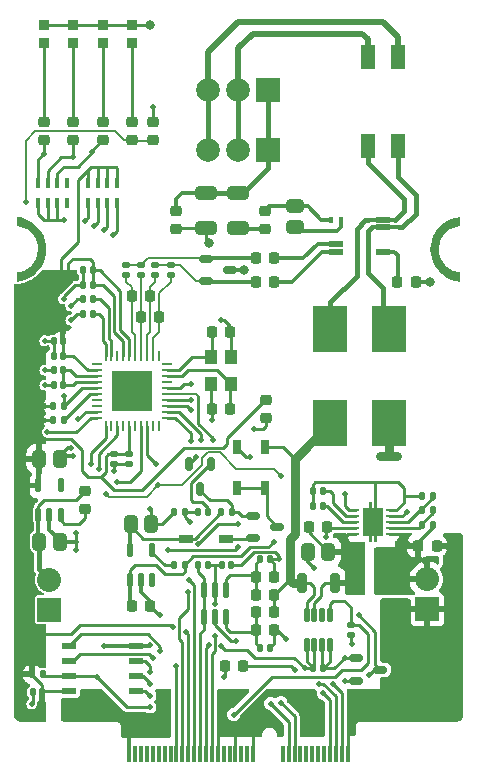
<source format=gbr>
%TF.GenerationSoftware,KiCad,Pcbnew,7.0.6*%
%TF.CreationDate,2023-08-17T07:33:18+09:30*%
%TF.ProjectId,spe-source,7370652d-736f-4757-9263-652e6b696361,V1.0*%
%TF.SameCoordinates,Original*%
%TF.FileFunction,Copper,L1,Top*%
%TF.FilePolarity,Positive*%
%FSLAX46Y46*%
G04 Gerber Fmt 4.6, Leading zero omitted, Abs format (unit mm)*
G04 Created by KiCad (PCBNEW 7.0.6) date 2023-08-17 07:33:18*
%MOMM*%
%LPD*%
G01*
G04 APERTURE LIST*
G04 Aperture macros list*
%AMRoundRect*
0 Rectangle with rounded corners*
0 $1 Rounding radius*
0 $2 $3 $4 $5 $6 $7 $8 $9 X,Y pos of 4 corners*
0 Add a 4 corners polygon primitive as box body*
4,1,4,$2,$3,$4,$5,$6,$7,$8,$9,$2,$3,0*
0 Add four circle primitives for the rounded corners*
1,1,$1+$1,$2,$3*
1,1,$1+$1,$4,$5*
1,1,$1+$1,$6,$7*
1,1,$1+$1,$8,$9*
0 Add four rect primitives between the rounded corners*
20,1,$1+$1,$2,$3,$4,$5,0*
20,1,$1+$1,$4,$5,$6,$7,0*
20,1,$1+$1,$6,$7,$8,$9,0*
20,1,$1+$1,$8,$9,$2,$3,0*%
%AMFreePoly0*
4,1,21,-0.125000,1.200000,0.125000,1.200000,0.125000,1.700000,0.375000,1.700000,0.375000,1.200000,0.825000,1.200000,0.825000,-1.200000,0.375000,-1.200000,0.375000,-1.700000,0.125000,-1.700000,0.125000,-1.200000,-0.125000,-1.200000,-0.125000,-1.700000,-0.375000,-1.700000,-0.375000,-1.200000,-0.825000,-1.200000,-0.825000,1.200000,-0.375000,1.200000,-0.375000,1.700000,-0.125000,1.700000,
-0.125000,1.200000,-0.125000,1.200000,$1*%
G04 Aperture macros list end*
%TA.AperFunction,SMDPad,CuDef*%
%ADD10RoundRect,0.127500X-0.127500X-0.172500X0.127500X-0.172500X0.127500X0.172500X-0.127500X0.172500X0*%
%TD*%
%TA.AperFunction,SMDPad,CuDef*%
%ADD11RoundRect,0.127500X0.127500X0.172500X-0.127500X0.172500X-0.127500X-0.172500X0.127500X-0.172500X0*%
%TD*%
%TA.AperFunction,SMDPad,CuDef*%
%ADD12RoundRect,0.147500X0.147500X0.152500X-0.147500X0.152500X-0.147500X-0.152500X0.147500X-0.152500X0*%
%TD*%
%TA.AperFunction,SMDPad,CuDef*%
%ADD13RoundRect,0.212500X0.277500X-0.212500X0.277500X0.212500X-0.277500X0.212500X-0.277500X-0.212500X0*%
%TD*%
%TA.AperFunction,SMDPad,CuDef*%
%ADD14RoundRect,0.100000X0.100000X-0.350000X0.100000X0.350000X-0.100000X0.350000X-0.100000X-0.350000X0*%
%TD*%
%TA.AperFunction,SMDPad,CuDef*%
%ADD15R,1.200000X2.000000*%
%TD*%
%TA.AperFunction,SMDPad,CuDef*%
%ADD16RoundRect,0.212500X0.212500X0.277500X-0.212500X0.277500X-0.212500X-0.277500X0.212500X-0.277500X0*%
%TD*%
%TA.AperFunction,SMDPad,CuDef*%
%ADD17RoundRect,0.127500X0.172500X-0.127500X0.172500X0.127500X-0.172500X0.127500X-0.172500X-0.127500X0*%
%TD*%
%TA.AperFunction,SMDPad,CuDef*%
%ADD18RoundRect,0.147500X-0.147500X-0.152500X0.147500X-0.152500X0.147500X0.152500X-0.147500X0.152500X0*%
%TD*%
%TA.AperFunction,SMDPad,CuDef*%
%ADD19RoundRect,0.115000X0.115000X-0.460000X0.115000X0.460000X-0.115000X0.460000X-0.115000X-0.460000X0*%
%TD*%
%TA.AperFunction,SMDPad,CuDef*%
%ADD20RoundRect,0.230000X0.230000X0.255000X-0.230000X0.255000X-0.230000X-0.255000X0.230000X-0.255000X0*%
%TD*%
%TA.AperFunction,SMDPad,CuDef*%
%ADD21R,3.000000X4.000000*%
%TD*%
%TA.AperFunction,SMDPad,CuDef*%
%ADD22RoundRect,0.205000X-0.205000X-0.630000X0.205000X-0.630000X0.205000X0.630000X-0.205000X0.630000X0*%
%TD*%
%TA.AperFunction,SMDPad,CuDef*%
%ADD23RoundRect,0.212500X-0.212500X-0.277500X0.212500X-0.277500X0.212500X0.277500X-0.212500X0.277500X0*%
%TD*%
%TA.AperFunction,SMDPad,CuDef*%
%ADD24RoundRect,0.120000X0.120000X-0.485000X0.120000X0.485000X-0.120000X0.485000X-0.120000X-0.485000X0*%
%TD*%
%TA.AperFunction,SMDPad,CuDef*%
%ADD25RoundRect,0.062500X0.350000X0.062500X-0.350000X0.062500X-0.350000X-0.062500X0.350000X-0.062500X0*%
%TD*%
%TA.AperFunction,SMDPad,CuDef*%
%ADD26RoundRect,0.062500X0.062500X0.350000X-0.062500X0.350000X-0.062500X-0.350000X0.062500X-0.350000X0*%
%TD*%
%TA.AperFunction,ComponentPad*%
%ADD27C,0.600000*%
%TD*%
%TA.AperFunction,SMDPad,CuDef*%
%ADD28R,3.500000X3.500000*%
%TD*%
%TA.AperFunction,SMDPad,CuDef*%
%ADD29R,1.220000X0.580000*%
%TD*%
%TA.AperFunction,SMDPad,CuDef*%
%ADD30RoundRect,0.230000X-0.230000X-0.255000X0.230000X-0.255000X0.230000X0.255000X-0.230000X0.255000X0*%
%TD*%
%TA.AperFunction,SMDPad,CuDef*%
%ADD31R,0.760000X1.200000*%
%TD*%
%TA.AperFunction,SMDPad,CuDef*%
%ADD32RoundRect,0.147500X0.152500X-0.147500X0.152500X0.147500X-0.152500X0.147500X-0.152500X-0.147500X0*%
%TD*%
%TA.AperFunction,ComponentPad*%
%ADD33R,2.000000X2.000000*%
%TD*%
%TA.AperFunction,ComponentPad*%
%ADD34C,2.000000*%
%TD*%
%TA.AperFunction,SMDPad,CuDef*%
%ADD35RoundRect,0.290000X0.290000X0.445000X-0.290000X0.445000X-0.290000X-0.445000X0.290000X-0.445000X0*%
%TD*%
%TA.AperFunction,SMDPad,CuDef*%
%ADD36RoundRect,0.140000X0.140000X-0.535000X0.140000X0.535000X-0.140000X0.535000X-0.140000X-0.535000X0*%
%TD*%
%TA.AperFunction,SMDPad,CuDef*%
%ADD37RoundRect,0.100000X-0.100000X0.350000X-0.100000X-0.350000X0.100000X-0.350000X0.100000X0.350000X0*%
%TD*%
%TA.AperFunction,SMDPad,CuDef*%
%ADD38R,1.200000X0.500000*%
%TD*%
%TA.AperFunction,SMDPad,CuDef*%
%ADD39R,0.420000X0.500000*%
%TD*%
%TA.AperFunction,SMDPad,CuDef*%
%ADD40RoundRect,0.290000X-0.620000X0.290000X-0.620000X-0.290000X0.620000X-0.290000X0.620000X0.290000X0*%
%TD*%
%TA.AperFunction,SMDPad,CuDef*%
%ADD41RoundRect,0.152500X0.437500X-0.152500X0.437500X0.152500X-0.437500X0.152500X-0.437500X-0.152500X0*%
%TD*%
%TA.AperFunction,SMDPad,CuDef*%
%ADD42R,1.090000X1.190000*%
%TD*%
%TA.AperFunction,SMDPad,CuDef*%
%ADD43RoundRect,0.227500X-0.237500X0.227500X-0.237500X-0.227500X0.237500X-0.227500X0.237500X0.227500X0*%
%TD*%
%TA.AperFunction,ComponentPad*%
%ADD44R,2.032000X2.032000*%
%TD*%
%TA.AperFunction,ComponentPad*%
%ADD45O,2.032000X2.032000*%
%TD*%
%TA.AperFunction,SMDPad,CuDef*%
%ADD46R,0.350000X1.450000*%
%TD*%
%TA.AperFunction,ComponentPad*%
%ADD47C,0.454000*%
%TD*%
%TA.AperFunction,SMDPad,CuDef*%
%ADD48RoundRect,0.290000X-0.445000X0.290000X-0.445000X-0.290000X0.445000X-0.290000X0.445000X0.290000X0*%
%TD*%
%TA.AperFunction,SMDPad,CuDef*%
%ADD49R,1.200000X0.760000*%
%TD*%
%TA.AperFunction,SMDPad,CuDef*%
%ADD50RoundRect,0.290000X0.620000X-0.290000X0.620000X0.290000X-0.620000X0.290000X-0.620000X-0.290000X0*%
%TD*%
%TA.AperFunction,SMDPad,CuDef*%
%ADD51RoundRect,0.212500X-0.277500X0.212500X-0.277500X-0.212500X0.277500X-0.212500X0.277500X0.212500X0*%
%TD*%
%TA.AperFunction,SMDPad,CuDef*%
%ADD52R,0.600000X0.240000*%
%TD*%
%TA.AperFunction,ComponentPad*%
%ADD53C,0.500000*%
%TD*%
%TA.AperFunction,SMDPad,CuDef*%
%ADD54FreePoly0,180.000000*%
%TD*%
%TA.AperFunction,SMDPad,CuDef*%
%ADD55RoundRect,0.290000X-0.290000X-0.445000X0.290000X-0.445000X0.290000X0.445000X-0.290000X0.445000X0*%
%TD*%
%TA.AperFunction,SMDPad,CuDef*%
%ADD56RoundRect,0.152500X-0.152500X-0.437500X0.152500X-0.437500X0.152500X0.437500X-0.152500X0.437500X0*%
%TD*%
%TA.AperFunction,ViaPad*%
%ADD57C,0.500000*%
%TD*%
%TA.AperFunction,ViaPad*%
%ADD58C,0.800000*%
%TD*%
%TA.AperFunction,Conductor*%
%ADD59C,0.800000*%
%TD*%
%TA.AperFunction,Conductor*%
%ADD60C,0.250000*%
%TD*%
%TA.AperFunction,Conductor*%
%ADD61C,0.350000*%
%TD*%
%TA.AperFunction,Conductor*%
%ADD62C,0.200000*%
%TD*%
%TA.AperFunction,Conductor*%
%ADD63C,0.450000*%
%TD*%
%TA.AperFunction,Conductor*%
%ADD64C,0.160000*%
%TD*%
%TA.AperFunction,Conductor*%
%ADD65C,0.120000*%
%TD*%
%TA.AperFunction,Conductor*%
%ADD66C,0.550000*%
%TD*%
%TA.AperFunction,Conductor*%
%ADD67C,0.400000*%
%TD*%
G04 APERTURE END LIST*
%TA.AperFunction,EtchedComponent*%
%TO.C,X2*%
G36*
X100613935Y-57313048D02*
G01*
X100966374Y-57423549D01*
X101301158Y-57579573D01*
X101612436Y-57778392D01*
X101894770Y-58016533D01*
X102143226Y-58289834D01*
X102353461Y-58593520D01*
X102521803Y-58922282D01*
X102645309Y-59270377D01*
X102721820Y-59631721D01*
X102750000Y-60000000D01*
X102724373Y-60369189D01*
X102649760Y-60731666D01*
X102527494Y-61080963D01*
X102359756Y-61410843D01*
X102149540Y-61715419D01*
X101900599Y-61989254D01*
X101617377Y-62227460D01*
X101304928Y-62425785D01*
X100968831Y-62580689D01*
X100250000Y-62750000D01*
X100250000Y-61950000D01*
X100538173Y-61911580D01*
X100816787Y-61828553D01*
X101078983Y-61702963D01*
X101318304Y-61537903D01*
X101528858Y-61337437D01*
X101705460Y-61106501D01*
X101843761Y-60850782D01*
X101940356Y-60576576D01*
X102000000Y-60000000D01*
X101992867Y-59709365D01*
X101940356Y-59423424D01*
X101843761Y-59149218D01*
X101705460Y-58893499D01*
X101528858Y-58662563D01*
X101318304Y-58462097D01*
X101078983Y-58297037D01*
X100816787Y-58171447D01*
X100250000Y-58050000D01*
X100250000Y-57250000D01*
X100613935Y-57313048D01*
G37*
%TD.AperFunction*%
%TA.AperFunction,EtchedComponent*%
G36*
X137750000Y-58050000D02*
G01*
X137461827Y-58088420D01*
X137183213Y-58171447D01*
X136921017Y-58297037D01*
X136681696Y-58462097D01*
X136471142Y-58662563D01*
X136294540Y-58893499D01*
X136156239Y-59149218D01*
X136059644Y-59423424D01*
X136000000Y-60000000D01*
X136007133Y-60290635D01*
X136059644Y-60576576D01*
X136156239Y-60850782D01*
X136294540Y-61106501D01*
X136471142Y-61337437D01*
X136681696Y-61537903D01*
X136921017Y-61702963D01*
X137183213Y-61828553D01*
X137750000Y-61950000D01*
X137750000Y-62750000D01*
X137386065Y-62686952D01*
X137033626Y-62576451D01*
X136698842Y-62420427D01*
X136387564Y-62221608D01*
X136105230Y-61983467D01*
X135856774Y-61710166D01*
X135646539Y-61406480D01*
X135478197Y-61077718D01*
X135354691Y-60729623D01*
X135278180Y-60368279D01*
X135250000Y-60000000D01*
X135275627Y-59630811D01*
X135350240Y-59268334D01*
X135472506Y-58919037D01*
X135640244Y-58589157D01*
X135850460Y-58284581D01*
X136099401Y-58010746D01*
X136382623Y-57772540D01*
X136695072Y-57574215D01*
X137031169Y-57419311D01*
X137750000Y-57250000D01*
X137750000Y-58050000D01*
G37*
%TD.AperFunction*%
%TD*%
D10*
%TO.P,R30,2*%
%TO.N,Net-(U5-EN)*%
X113555000Y-86750000D03*
%TO.P,R30,1*%
%TO.N,+24V*%
X114445000Y-86750000D03*
%TD*%
D11*
%TO.P,R33,1*%
%TO.N,/MicroMod Function Board/ENABLE_ID_SOURCE*%
X115555000Y-82250000D03*
%TO.P,R33,2*%
%TO.N,Net-(Q1-G)*%
X116445000Y-82250000D03*
%TD*%
D10*
%TO.P,R31,1*%
%TO.N,/MicroMod Function Board/ENABLE_ID_SOURCE*%
X114445000Y-82250000D03*
%TO.P,R31,2*%
%TO.N,GND*%
X113555000Y-82250000D03*
%TD*%
D11*
%TO.P,R27,1*%
%TO.N,Net-(U5-VOUT)*%
X117555000Y-82250000D03*
%TO.P,R27,2*%
%TO.N,Net-(Q1-D)*%
X118445000Y-82250000D03*
%TD*%
D10*
%TO.P,R6,1*%
%TO.N,+3.3V*%
X116445000Y-86750000D03*
%TO.P,R6,2*%
%TO.N,/MicroMod Function Board/VID_VALID*%
X115555000Y-86750000D03*
%TD*%
D12*
%TO.P,C3,2*%
%TO.N,GND*%
X121655000Y-93750000D03*
%TO.P,C3,1*%
%TO.N,Net-(U1-INA+)*%
X120845000Y-93750000D03*
%TD*%
%TO.P,C2,1*%
%TO.N,Net-(U1-INB-)*%
X120845000Y-86250000D03*
%TO.P,C2,2*%
%TO.N,GND*%
X121655000Y-86250000D03*
%TD*%
%TO.P,C1,1*%
%TO.N,+3.3V*%
X117595000Y-86750000D03*
%TO.P,C1,2*%
%TO.N,GND*%
X118405000Y-86750000D03*
%TD*%
D13*
%TO.P,R26,1*%
%TO.N,Net-(C25-Pad2)*%
X121250000Y-56725000D03*
%TO.P,R26,2*%
%TO.N,Net-(C29-Pad1)*%
X121250000Y-58275000D03*
%TD*%
%TO.P,R21,1*%
%TO.N,Net-(D3-PadA)*%
X105000000Y-49225000D03*
%TO.P,R21,2*%
%TO.N,Net-(U4-LINK_ST)*%
X105000000Y-50775000D03*
%TD*%
%TO.P,R16,1*%
%TO.N,Net-(D1-PadA)*%
X107500000Y-49225000D03*
%TO.P,R16,2*%
%TO.N,Net-(U4-LED_0)*%
X107500000Y-50775000D03*
%TD*%
D14*
%TO.P,R19,1*%
%TO.N,GND*%
X102050000Y-56100000D03*
%TO.P,R19,2*%
X102850000Y-56100000D03*
%TO.P,R19,3*%
X103650000Y-56100000D03*
%TO.P,R19,4*%
%TO.N,unconnected-(R19-Pad4)*%
X104450000Y-56100000D03*
%TO.P,R19,5*%
%TO.N,unconnected-(R19-Pad5)*%
X104450000Y-54400000D03*
%TO.P,R19,6*%
%TO.N,Net-(U4-LED_0)*%
X103650000Y-54400000D03*
%TO.P,R19,7*%
%TO.N,Net-(U4-LINK_ST)*%
X102850000Y-54400000D03*
%TO.P,R19,8*%
%TO.N,Net-(U4-LED_1)*%
X102050000Y-54400000D03*
%TD*%
D15*
%TO.P,L3,1*%
%TO.N,Net-(J1-Pin_3)*%
X132520000Y-43750000D03*
%TO.P,L3,2*%
%TO.N,Net-(J1-Pin_2)*%
X129980000Y-43750000D03*
%TO.P,L3,3*%
%TO.N,Net-(L1-Pad7)*%
X129980000Y-51250000D03*
%TO.P,L3,4*%
%TO.N,Net-(L1-Pad6)*%
X132520000Y-51250000D03*
%TD*%
D16*
%TO.P,R3,2*%
%TO.N,GND*%
X122025000Y-87750000D03*
%TO.P,R3,1*%
%TO.N,Net-(U1-INB-)*%
X120475000Y-87750000D03*
%TD*%
D17*
%TO.P,R18,1*%
%TO.N,/Ethernet MAC+PHY/DATA-*%
X111975000Y-61305000D03*
%TO.P,R18,2*%
%TO.N,Net-(U4-RXN)*%
X111975000Y-62195000D03*
%TD*%
D18*
%TO.P,C7,1*%
%TO.N,Net-(U4-CEXT_3)*%
X106655000Y-65500000D03*
%TO.P,C7,2*%
%TO.N,GND*%
X105845000Y-65500000D03*
%TD*%
D19*
%TO.P,U5,1,VIN*%
%TO.N,+24V*%
X109800000Y-88000000D03*
%TO.P,U5,2,GND*%
%TO.N,GND*%
X110750000Y-88000000D03*
%TO.P,U5,3,NC*%
%TO.N,unconnected-(U5-NC-Pad3)*%
X111700000Y-88000000D03*
%TO.P,U5,4,EN*%
%TO.N,Net-(U5-EN)*%
X111700000Y-85500000D03*
%TO.P,U5,5,VOUT*%
%TO.N,Net-(U5-VOUT)*%
X109800000Y-85500000D03*
%TD*%
D20*
%TO.P,C34,1*%
%TO.N,+24V*%
X134225000Y-85120000D03*
%TO.P,C34,2*%
%TO.N,GND*%
X135775000Y-85120000D03*
%TD*%
D21*
%TO.P,L2,1*%
%TO.N,GND*%
X131750000Y-74750000D03*
%TO.P,L2,2*%
%TO.N,Net-(L1-Pad6)*%
X131750000Y-66750000D03*
%TO.P,L2,3*%
%TO.N,Net-(L1-Pad7)*%
X126750000Y-66750000D03*
%TO.P,L2,4*%
%TO.N,/PoDL Supply Handling/PSE+*%
X126750000Y-74750000D03*
%TD*%
D16*
%TO.P,R7,1*%
%TO.N,Net-(U2-S+)*%
X124975000Y-83500000D03*
%TO.P,R7,2*%
%TO.N,/MicroMod Function Board/24V_FAULT*%
X126525000Y-83500000D03*
%TD*%
D11*
%TO.P,R14,1*%
%TO.N,+3.3V*%
X103305000Y-73250000D03*
%TO.P,R14,2*%
%TO.N,/Ethernet MAC+PHY/~{INT}*%
X104195000Y-73250000D03*
%TD*%
D22*
%TO.P,R9,1*%
%TO.N,Net-(U2-S+)*%
X127155000Y-88250000D03*
%TO.P,R9,2*%
%TO.N,/PoDL Supply Handling/PSE+*%
X124345000Y-88250000D03*
%TD*%
D23*
%TO.P,R5,2*%
%TO.N,Net-(U1-INB-)*%
X120475000Y-89250000D03*
%TO.P,R5,1*%
%TO.N,/PoDL Supply Handling/PSE+*%
X122025000Y-89250000D03*
%TD*%
D24*
%TO.P,U2,1,VCC*%
%TO.N,+3.3V*%
X124775000Y-93505000D03*
%TO.P,U2,2,EN*%
X125425000Y-93505000D03*
%TO.P,U2,3,REF*%
%TO.N,GND*%
X126075000Y-93505000D03*
%TO.P,U2,4,GND*%
X126725000Y-93505000D03*
%TO.P,U2,5,Vout*%
%TO.N,/MicroMod Function Board/ANALOG*%
X126725000Y-90995000D03*
%TO.P,U2,6,NC*%
%TO.N,unconnected-(U2-NC-Pad6)*%
X126075000Y-90995000D03*
%TO.P,U2,7,S+*%
%TO.N,Net-(U2-S+)*%
X125425000Y-90995000D03*
%TO.P,U2,8,S-*%
%TO.N,/PoDL Supply Handling/PSE+*%
X124775000Y-90995000D03*
%TD*%
D18*
%TO.P,C6,1*%
%TO.N,Net-(U4-CEXT_2)*%
X106655000Y-64250000D03*
%TO.P,C6,2*%
%TO.N,GND*%
X105845000Y-64250000D03*
%TD*%
D25*
%TO.P,U4,1,SDI*%
%TO.N,/Ethernet MAC+PHY/COPI*%
X112937500Y-74250000D03*
%TO.P,U4,2,SDO/SPI_CFG0*%
%TO.N,/Ethernet MAC+PHY/CIPO*%
X112937500Y-73750000D03*
%TO.P,U4,3,LED_0*%
%TO.N,Net-(U4-LED_0)*%
X112937500Y-73250000D03*
%TO.P,U4,4,LINK_ST*%
%TO.N,Net-(U4-LINK_ST)*%
X112937500Y-72750000D03*
%TO.P,U4,5,~{RESET}*%
%TO.N,/Ethernet MAC+PHY/~{RESET}*%
X112937500Y-72250000D03*
%TO.P,U4,6,LED_1*%
%TO.N,Net-(U4-LED_1)*%
X112937500Y-71750000D03*
%TO.P,U4,7,CLK25_REF*%
%TO.N,unconnected-(U4-CLK25_REF-Pad7)*%
X112937500Y-71250000D03*
%TO.P,U4,8,XTAL_I/CLK_IN*%
%TO.N,Net-(U4-XTAL_I{slash}CLK_IN)*%
X112937500Y-70750000D03*
%TO.P,U4,9,XTAL_O*%
%TO.N,Net-(U4-XTAL_O)*%
X112937500Y-70250000D03*
%TO.P,U4,10,NC*%
%TO.N,unconnected-(U4-NC-Pad10)*%
X112937500Y-69750000D03*
D26*
%TO.P,U4,11,NC*%
%TO.N,unconnected-(U4-NC-Pad11)*%
X112250000Y-69062500D03*
%TO.P,U4,12,TXN*%
%TO.N,Net-(U4-TXN)*%
X111750000Y-69062500D03*
%TO.P,U4,13,RXN*%
%TO.N,Net-(U4-RXN)*%
X111250000Y-69062500D03*
%TO.P,U4,14,RXP*%
%TO.N,Net-(U4-RXP)*%
X110750000Y-69062500D03*
%TO.P,U4,15,TXP*%
%TO.N,Net-(U4-TXP)*%
X110250000Y-69062500D03*
%TO.P,U4,16,AVDD_H*%
%TO.N,+3.3V*%
X109750000Y-69062500D03*
%TO.P,U4,17,AVDD_H*%
X109250000Y-69062500D03*
%TO.P,U4,18,NC*%
%TO.N,unconnected-(U4-NC-Pad18)*%
X108750000Y-69062500D03*
%TO.P,U4,19,CEXT_2*%
%TO.N,Net-(U4-CEXT_2)*%
X108250000Y-69062500D03*
%TO.P,U4,20,CEXT_3*%
%TO.N,Net-(U4-CEXT_3)*%
X107750000Y-69062500D03*
D25*
%TO.P,U4,21,NC*%
%TO.N,unconnected-(U4-NC-Pad21)*%
X107062500Y-69750000D03*
%TO.P,U4,22,AVDD_L*%
%TO.N,+3.3V*%
X107062500Y-70250000D03*
%TO.P,U4,23,DLDO_1P1*%
%TO.N,Net-(U4-DLDO_1P1)*%
X107062500Y-70750000D03*
%TO.P,U4,24,DVDD_1P1*%
X107062500Y-71250000D03*
%TO.P,U4,25,~{INT}*%
%TO.N,/Ethernet MAC+PHY/~{INT}*%
X107062500Y-71750000D03*
%TO.P,U4,26,TEST1*%
%TO.N,Net-(U4-TEST1)*%
X107062500Y-72250000D03*
%TO.P,U4,27,TEST2*%
%TO.N,unconnected-(U4-TEST2-Pad27)*%
X107062500Y-72750000D03*
%TO.P,U4,28,NC*%
%TO.N,unconnected-(U4-NC-Pad28)*%
X107062500Y-73250000D03*
%TO.P,U4,29,~{CS}*%
%TO.N,/Ethernet MAC+PHY/~{CS}*%
X107062500Y-73750000D03*
%TO.P,U4,30,TS_TIMER/MS_SEL*%
%TO.N,Net-(U4-TS_TIMER{slash}MS_SEL)*%
X107062500Y-74250000D03*
D26*
%TO.P,U4,31,~{TX2P4_EN}*%
%TO.N,Net-(U4-~{TX2P4_EN})*%
X107750000Y-74937500D03*
%TO.P,U4,32,NC*%
%TO.N,unconnected-(U4-NC-Pad32)*%
X108250000Y-74937500D03*
%TO.P,U4,33,~{SWPD_EN}*%
%TO.N,Net-(U4-~{SWPD_EN})*%
X108750000Y-74937500D03*
%TO.P,U4,34,NC*%
%TO.N,unconnected-(U4-NC-Pad34)*%
X109250000Y-74937500D03*
%TO.P,U4,35,VDDIO*%
%TO.N,+3.3V*%
X109750000Y-74937500D03*
%TO.P,U4,36,NC*%
%TO.N,unconnected-(U4-NC-Pad36)*%
X110250000Y-74937500D03*
%TO.P,U4,37,SPI_CFG1*%
%TO.N,Net-(U4-SPI_CFG1)*%
X110750000Y-74937500D03*
%TO.P,U4,38,SCLK*%
%TO.N,/Ethernet MAC+PHY/CLK*%
X111250000Y-74937500D03*
%TO.P,U4,39,NC*%
%TO.N,unconnected-(U4-NC-Pad39)*%
X111750000Y-74937500D03*
%TO.P,U4,40,TS_CAPT*%
%TO.N,unconnected-(U4-TS_CAPT-Pad40)*%
X112250000Y-74937500D03*
D27*
%TO.P,U4,41,EP(GND)*%
%TO.N,GND*%
X111025000Y-73025000D03*
X111000000Y-72000000D03*
X111000000Y-71000000D03*
X110000000Y-73025000D03*
X110000000Y-72000000D03*
D28*
X110000000Y-72000000D03*
D27*
X110000000Y-71000000D03*
X109000000Y-73025000D03*
X109000000Y-72000000D03*
X109000000Y-71000000D03*
%TD*%
D18*
%TO.P,C16,1*%
%TO.N,+3.3V*%
X104155000Y-69000000D03*
%TO.P,C16,2*%
%TO.N,GND*%
X103345000Y-69000000D03*
%TD*%
D29*
%TO.P,IC1,1,A0*%
%TO.N,Net-(IC1-A0)*%
X110345000Y-97405000D03*
%TO.P,IC1,2,A1*%
%TO.N,Net-(IC1-A1)*%
X110345000Y-96135000D03*
%TO.P,IC1,3,A2*%
%TO.N,Net-(IC1-A2)*%
X110345000Y-94865000D03*
%TO.P,IC1,4,GND*%
%TO.N,GND*%
X110345000Y-93595000D03*
%TO.P,IC1,5,SDA*%
%TO.N,/MicroMod Function Board/SDA*%
X104655000Y-93595000D03*
%TO.P,IC1,6,SCL*%
%TO.N,/MicroMod Function Board/SCL*%
X104655000Y-94865000D03*
%TO.P,IC1,7,WP*%
%TO.N,Net-(IC1-WP)*%
X104655000Y-96135000D03*
%TO.P,IC1,8,VCC*%
%TO.N,+3.3V*%
X104655000Y-97405000D03*
%TD*%
D23*
%TO.P,R23,1*%
%TO.N,Net-(U4-TXN)*%
X112275000Y-65750000D03*
%TO.P,R23,2*%
%TO.N,Net-(U4-RXP)*%
X110725000Y-65750000D03*
%TD*%
D30*
%TO.P,C24,1*%
%TO.N,Net-(C24-Pad1)*%
X122025000Y-60750000D03*
%TO.P,C24,2*%
%TO.N,/Ethernet MAC+PHY/DATA+*%
X120475000Y-60750000D03*
%TD*%
D31*
%TO.P,D8,A,A*%
%TO.N,Net-(D6-K)*%
X121250000Y-80230000D03*
%TO.P,D8,C,K*%
%TO.N,/PoDL Supply Handling/PSE+*%
X121250000Y-76770000D03*
%TD*%
D32*
%TO.P,C28,1*%
%TO.N,/MicroMod Function Board/ANALOG*%
X128500000Y-91845000D03*
%TO.P,C28,2*%
%TO.N,GND*%
X128500000Y-92655000D03*
%TD*%
D18*
%TO.P,C12,1*%
%TO.N,+3.3V*%
X106655000Y-61750000D03*
%TO.P,C12,2*%
%TO.N,GND*%
X105845000Y-61750000D03*
%TD*%
D20*
%TO.P,C11,1*%
%TO.N,Net-(U4-XTAL_O)*%
X116725000Y-67000000D03*
%TO.P,C11,2*%
%TO.N,GND*%
X118275000Y-67000000D03*
%TD*%
D10*
%TO.P,R34,1*%
%TO.N,Net-(U8-ILIM)*%
X126195000Y-80500000D03*
%TO.P,R34,2*%
%TO.N,Net-(U8-EP)*%
X125305000Y-80500000D03*
%TD*%
D20*
%TO.P,C5,1*%
%TO.N,+24V*%
X109975000Y-90250000D03*
%TO.P,C5,2*%
%TO.N,GND*%
X111525000Y-90250000D03*
%TD*%
D19*
%TO.P,U6,1,VIN*%
%TO.N,+POWER*%
X102050000Y-82500000D03*
%TO.P,U6,2,GND*%
%TO.N,GND*%
X103000000Y-82500000D03*
%TO.P,U6,3,EN*%
%TO.N,Net-(U6-EN)*%
X103950000Y-82500000D03*
%TO.P,U6,4,NC*%
%TO.N,unconnected-(U6-NC-Pad4)*%
X103950000Y-80000000D03*
%TO.P,U6,5,VOUT*%
%TO.N,+3.3V*%
X102050000Y-80000000D03*
%TD*%
D11*
%TO.P,R12,1*%
%TO.N,+3.3V*%
X101555000Y-96000000D03*
%TO.P,R12,2*%
%TO.N,Net-(IC1-WP)*%
X102445000Y-96000000D03*
%TD*%
D31*
%TO.P,D6,A,A*%
%TO.N,GND*%
X118850000Y-76770000D03*
%TO.P,D6,C,K*%
%TO.N,Net-(D6-K)*%
X118850000Y-80230000D03*
%TD*%
D32*
%TO.P,C14,1*%
%TO.N,+3.3V*%
X109750000Y-77345000D03*
%TO.P,C14,2*%
%TO.N,GND*%
X109750000Y-78155000D03*
%TD*%
D33*
%TO.P,J1,1,Pin_1*%
%TO.N,Earth*%
X121540000Y-51580000D03*
X121540000Y-46500000D03*
D34*
%TO.P,J1,2,Pin_2*%
%TO.N,Net-(J1-Pin_2)*%
X119000000Y-51580000D03*
X119000000Y-46500000D03*
%TO.P,J1,3,Pin_3*%
%TO.N,Net-(J1-Pin_3)*%
X116460000Y-51580000D03*
X116460000Y-46500000D03*
%TD*%
D18*
%TO.P,C13,1*%
%TO.N,+3.3V*%
X106655000Y-63000000D03*
%TO.P,C13,2*%
%TO.N,GND*%
X105845000Y-63000000D03*
%TD*%
D35*
%TO.P,C18,1*%
%TO.N,+POWER*%
X102125000Y-84750000D03*
%TO.P,C18,2*%
%TO.N,GND*%
X103875000Y-84750000D03*
%TD*%
D23*
%TO.P,R4,2*%
%TO.N,Net-(U1-INA+)*%
X120475000Y-90750000D03*
%TO.P,R4,1*%
%TO.N,/PoDL Supply Handling/PSE+*%
X122025000Y-90750000D03*
%TD*%
D32*
%TO.P,C15,1*%
%TO.N,+3.3V*%
X108500000Y-77345000D03*
%TO.P,C15,2*%
%TO.N,GND*%
X108500000Y-78155000D03*
%TD*%
D36*
%TO.P,U1,1,OUTA*%
%TO.N,/MicroMod Function Board/VID_VALID*%
X116050000Y-91175000D03*
%TO.P,U1,2,GND*%
%TO.N,GND*%
X117000000Y-91175000D03*
%TO.P,U1,3,INA+*%
%TO.N,Net-(U1-INA+)*%
X117950000Y-91175000D03*
%TO.P,U1,4,INB-*%
%TO.N,Net-(U1-INB-)*%
X117950000Y-88825000D03*
%TO.P,U1,5,VDD*%
%TO.N,+3.3V*%
X117000000Y-88825000D03*
%TO.P,U1,6,OUTB*%
%TO.N,/MicroMod Function Board/VID_VALID*%
X116050000Y-88825000D03*
%TD*%
D37*
%TO.P,R13,1*%
%TO.N,+3.3V*%
X108700000Y-54400000D03*
%TO.P,R13,2*%
X107900000Y-54400000D03*
%TO.P,R13,3*%
X107100000Y-54400000D03*
%TO.P,R13,4*%
X106300000Y-54400000D03*
%TO.P,R13,5*%
%TO.N,Net-(R13-Pad5)*%
X106300000Y-56100000D03*
%TO.P,R13,6*%
%TO.N,Net-(R13-Pad6)*%
X107100000Y-56100000D03*
%TO.P,R13,7*%
%TO.N,Net-(R13-Pad7)*%
X107900000Y-56100000D03*
%TO.P,R13,8*%
%TO.N,Net-(R13-Pad8)*%
X108700000Y-56100000D03*
%TD*%
D23*
%TO.P,R20,1*%
%TO.N,Net-(U4-RXN)*%
X111525000Y-64000000D03*
%TO.P,R20,2*%
%TO.N,Net-(U4-TXP)*%
X109975000Y-64000000D03*
%TD*%
D38*
%TO.P,L1,1*%
%TO.N,Net-(C22-Pad1)*%
X127270000Y-60200000D03*
%TO.P,L1,2*%
%TO.N,Net-(C24-Pad1)*%
X127270000Y-59550000D03*
D39*
%TO.P,L1,3*%
%TO.N,Net-(C25-Pad2)*%
X126870000Y-57500000D03*
%TO.P,L1,4*%
%TO.N,Net-(C25-Pad1)*%
X127720000Y-57500000D03*
D38*
%TO.P,L1,5*%
%TO.N,Net-(C23-Pad1)*%
X131250000Y-60200000D03*
%TO.P,L1,6*%
%TO.N,Net-(L1-Pad6)*%
X131250000Y-58150000D03*
%TO.P,L1,7*%
%TO.N,Net-(L1-Pad7)*%
X131250000Y-57500000D03*
%TD*%
D40*
%TO.P,C29,1*%
%TO.N,Net-(C29-Pad1)*%
X119000000Y-58225000D03*
%TO.P,C29,2*%
%TO.N,Earth*%
X119000000Y-55275000D03*
%TD*%
D41*
%TO.P,D7,1,A1*%
%TO.N,/Ethernet MAC+PHY/DATA+*%
X116225000Y-60800000D03*
%TO.P,D7,2,C2*%
%TO.N,/Ethernet MAC+PHY/DATA-*%
X116225000Y-62700000D03*
%TO.P,D7,3*%
%TO.N,GND*%
X118275000Y-61750000D03*
%TD*%
D13*
%TO.P,R28,1*%
%TO.N,Net-(D5-PadA)*%
X110000000Y-49225000D03*
%TO.P,R28,2*%
%TO.N,/MicroMod Function Board/24V_ENABLE*%
X110000000Y-50775000D03*
%TD*%
D18*
%TO.P,C32,1*%
%TO.N,Net-(U8-dVdT)*%
X126155000Y-81750000D03*
%TO.P,C32,2*%
%TO.N,Net-(U8-EP)*%
X125345000Y-81750000D03*
%TD*%
D13*
%TO.P,R29,1*%
%TO.N,Earth*%
X113750000Y-56725000D03*
%TO.P,R29,2*%
%TO.N,GND*%
X113750000Y-58275000D03*
%TD*%
D42*
%TO.P,X1,1,1*%
%TO.N,Net-(U4-XTAL_O)*%
X116640000Y-69090000D03*
%TO.P,X1,2,2*%
%TO.N,GND*%
X116640000Y-71410000D03*
%TO.P,X1,3,3*%
%TO.N,Net-(U4-XTAL_I{slash}CLK_IN)*%
X118360000Y-71410000D03*
%TO.P,X1,4,4*%
%TO.N,GND*%
X118360000Y-69090000D03*
%TD*%
D17*
%TO.P,R25,1*%
%TO.N,/Ethernet MAC+PHY/DATA+*%
X110750000Y-61305000D03*
%TO.P,R25,2*%
%TO.N,Net-(U4-RXP)*%
X110750000Y-62195000D03*
%TD*%
D18*
%TO.P,C17,1*%
%TO.N,+3.3V*%
X104155000Y-67750000D03*
%TO.P,C17,2*%
%TO.N,GND*%
X103345000Y-67750000D03*
%TD*%
D30*
%TO.P,C22,1*%
%TO.N,Net-(C22-Pad1)*%
X122025000Y-62750000D03*
%TO.P,C22,2*%
%TO.N,/Ethernet MAC+PHY/DATA-*%
X120475000Y-62750000D03*
%TD*%
D10*
%TO.P,R32,1*%
%TO.N,Net-(U8-OVP)*%
X135445000Y-80870000D03*
%TO.P,R32,2*%
%TO.N,Net-(U8-EP)*%
X134555000Y-80870000D03*
%TD*%
D43*
%TO.P,D5,A,A*%
%TO.N,Net-(D5-PadA)*%
X110000000Y-42510000D03*
%TO.P,D5,C,C*%
%TO.N,GND*%
X110000000Y-40990000D03*
%TD*%
D13*
%TO.P,R15,1*%
%TO.N,+3.3V*%
X121300000Y-72725000D03*
%TO.P,R15,2*%
%TO.N,Net-(R15-Pad2)*%
X121300000Y-74275000D03*
%TD*%
D16*
%TO.P,R8,1*%
%TO.N,Net-(X2-F6)*%
X117825000Y-95250000D03*
%TO.P,R8,2*%
%TO.N,/MicroMod Function Board/24V_FAULT*%
X119375000Y-95250000D03*
%TD*%
D44*
%TO.P,P1,1,P1*%
%TO.N,GND*%
X135000000Y-90500000D03*
D45*
%TO.P,P1,2,P2*%
%TO.N,+24V*%
X135000000Y-87960000D03*
%TD*%
D46*
%TO.P,X2,1,GND*%
%TO.N,GND*%
X128250000Y-102725000D03*
%TO.P,X2,3,SPI_SCK*%
%TO.N,/Ethernet MAC+PHY/CLK*%
X127750000Y-102725000D03*
%TO.P,X2,5,SPI_SDI*%
%TO.N,/Ethernet MAC+PHY/COPI*%
X127250000Y-102725000D03*
%TO.P,X2,7,SPI_SDO*%
%TO.N,/Ethernet MAC+PHY/CIPO*%
X126750000Y-102725000D03*
%TO.P,X2,9*%
%TO.N,N/C*%
X126250000Y-102725000D03*
%TO.P,X2,11*%
X125750000Y-102725000D03*
%TO.P,X2,13,FUNC_TX*%
%TO.N,unconnected-(X2-FUNC_TX-Pad13)*%
X125250000Y-102725000D03*
%TO.P,X2,15,FUNC_RX*%
%TO.N,unconnected-(X2-FUNC_RX-Pad15)*%
X124750000Y-102725000D03*
%TO.P,X2,17*%
%TO.N,N/C*%
X124250000Y-102725000D03*
%TO.P,X2,19,I2C_SDA*%
%TO.N,/MicroMod Function Board/SDA*%
X123750000Y-102725000D03*
%TO.P,X2,21,I2C_SCL*%
%TO.N,/MicroMod Function Board/SCL*%
X123250000Y-102725000D03*
%TO.P,X2,23,~{I2C_INT}*%
%TO.N,unconnected-(X2-~{I2C_INT}-Pad23)*%
X122750000Y-102725000D03*
%TO.P,X2,33,GND*%
%TO.N,GND*%
X120250000Y-102725000D03*
%TO.P,X2,35,USBHOST_D+*%
%TO.N,unconnected-(X2-USBHOST_D+-Pad35)*%
X119750000Y-102725000D03*
%TO.P,X2,37,USBHOST_D-*%
%TO.N,unconnected-(X2-USBHOST_D--Pad37)*%
X119250000Y-102725000D03*
%TO.P,X2,39,GND*%
%TO.N,GND*%
X118750000Y-102725000D03*
%TO.P,X2,41,CAN_TX*%
%TO.N,unconnected-(X2-CAN_TX-Pad41)*%
X118250000Y-102725000D03*
%TO.P,X2,43,CAN_RX*%
%TO.N,unconnected-(X2-CAN_RX-Pad43)*%
X117750000Y-102725000D03*
%TO.P,X2,45,GND*%
%TO.N,GND*%
X117250000Y-102725000D03*
%TO.P,X2,47,F0/~{INT}*%
%TO.N,/Ethernet MAC+PHY/~{INT}*%
X116750000Y-102725000D03*
%TO.P,X2,49,F1/~{CS}*%
%TO.N,/Ethernet MAC+PHY/~{CS}*%
X116250000Y-102725000D03*
%TO.P,X2,51,F2/PWM*%
%TO.N,/MicroMod Function Board/VID_VALID*%
X115750000Y-102725000D03*
%TO.P,X2,53,F3*%
%TO.N,/MicroMod Function Board/ENABLE_ID_SOURCE*%
X115250000Y-102725000D03*
%TO.P,X2,55,F4*%
%TO.N,/MicroMod Function Board/24V_ENABLE*%
X114750000Y-102725000D03*
%TO.P,X2,57,F5*%
%TO.N,/Ethernet MAC+PHY/~{RESET}*%
X114250000Y-102725000D03*
%TO.P,X2,59,F6*%
%TO.N,Net-(X2-F6)*%
X113750000Y-102725000D03*
%TO.P,X2,61,F7*%
%TO.N,unconnected-(X2-F7-Pad61)*%
X113250000Y-102725000D03*
%TO.P,X2,63*%
%TO.N,N/C*%
X112750000Y-102725000D03*
%TO.P,X2,65*%
X112250000Y-102725000D03*
%TO.P,X2,67*%
X111750000Y-102725000D03*
%TO.P,X2,69*%
X111250000Y-102725000D03*
%TO.P,X2,71,PWR_EN*%
%TO.N,unconnected-(X2-PWR_EN-Pad71)*%
X110750000Y-102725000D03*
%TO.P,X2,73,3V3*%
%TO.N,+3.3V_MCU*%
X110250000Y-102725000D03*
%TO.P,X2,75,GND*%
%TO.N,GND*%
X109750000Y-102725000D03*
D47*
%TO.P,X2,MNT*%
%TO.N,N/C*%
X101000000Y-57900000D03*
X101000000Y-62100000D03*
X102300000Y-60000000D03*
X135700000Y-60000000D03*
X137000000Y-57900000D03*
X137000000Y-62100000D03*
%TD*%
D20*
%TO.P,C23,1*%
%TO.N,Net-(C23-Pad1)*%
X132450000Y-62750000D03*
%TO.P,C23,2*%
%TO.N,GND*%
X134000000Y-62750000D03*
%TD*%
D48*
%TO.P,C25,1*%
%TO.N,Net-(C25-Pad1)*%
X123750000Y-58125000D03*
%TO.P,C25,2*%
%TO.N,Net-(C25-Pad2)*%
X123750000Y-56375000D03*
%TD*%
D49*
%TO.P,U3,C,C*%
%TO.N,Net-(Q2-S)*%
X117980000Y-84500000D03*
%TO.P,U3,A,A*%
%TO.N,Net-(U5-VOUT)*%
X114520000Y-84500000D03*
%TD*%
D43*
%TO.P,D2,A,A*%
%TO.N,Net-(D2-PadA)*%
X102500000Y-42510000D03*
%TO.P,D2,C,C*%
%TO.N,GND*%
X102500000Y-40990000D03*
%TD*%
%TO.P,D3,A,A*%
%TO.N,Net-(D3-PadA)*%
X105000000Y-42510000D03*
%TO.P,D3,C,C*%
%TO.N,GND*%
X105000000Y-40990000D03*
%TD*%
D50*
%TO.P,C30,1*%
%TO.N,Earth*%
X116250000Y-55275000D03*
%TO.P,C30,2*%
%TO.N,GND*%
X116250000Y-58225000D03*
%TD*%
D10*
%TO.P,R36,1*%
%TO.N,Net-(U8-ULVO)*%
X135445000Y-82120000D03*
%TO.P,R36,2*%
%TO.N,Net-(U8-OVP)*%
X134555000Y-82120000D03*
%TD*%
D51*
%TO.P,R1,1*%
%TO.N,/MicroMod Function Board/24V_ENABLE*%
X111800000Y-50775000D03*
%TO.P,R1,2*%
%TO.N,GND*%
X111800000Y-49225000D03*
%TD*%
D35*
%TO.P,C4,1*%
%TO.N,Net-(U5-VOUT)*%
X109875000Y-83250000D03*
%TO.P,C4,2*%
%TO.N,GND*%
X111625000Y-83250000D03*
%TD*%
D10*
%TO.P,R35,1*%
%TO.N,+24V*%
X135445000Y-83370000D03*
%TO.P,R35,2*%
%TO.N,Net-(U8-ULVO)*%
X134555000Y-83370000D03*
%TD*%
D11*
%TO.P,R10,1*%
%TO.N,+3.3V*%
X103305000Y-74500000D03*
%TO.P,R10,2*%
%TO.N,Net-(U4-TEST1)*%
X104195000Y-74500000D03*
%TD*%
D18*
%TO.P,C8,1*%
%TO.N,Net-(U4-DLDO_1P1)*%
X104155000Y-71500000D03*
%TO.P,C8,2*%
%TO.N,GND*%
X103345000Y-71500000D03*
%TD*%
D17*
%TO.P,R24,1*%
%TO.N,/Ethernet MAC+PHY/DATA+*%
X109500000Y-61305000D03*
%TO.P,R24,2*%
%TO.N,Net-(U4-TXP)*%
X109500000Y-62195000D03*
%TD*%
D52*
%TO.P,U8,1,IN*%
%TO.N,+24V*%
X131780000Y-84120000D03*
%TO.P,U8,2,ULVO*%
%TO.N,Net-(U8-ULVO)*%
X131780000Y-83620000D03*
%TO.P,U8,3,OVP*%
%TO.N,Net-(U8-OVP)*%
X131780000Y-83120000D03*
%TO.P,U8,4,~{SHDN}*%
%TO.N,/MicroMod Function Board/24V_ENABLE*%
X131780000Y-82620000D03*
%TO.P,U8,5,RTN*%
%TO.N,Net-(U8-EP)*%
X131780000Y-82120000D03*
%TO.P,U8,6,GND*%
%TO.N,GND*%
X128980000Y-82120000D03*
%TO.P,U8,7,ILIM*%
%TO.N,Net-(U8-ILIM)*%
X128980000Y-82620000D03*
%TO.P,U8,8,dVdT*%
%TO.N,Net-(U8-dVdT)*%
X128980000Y-83120000D03*
%TO.P,U8,9,~{FLT}*%
%TO.N,/MicroMod Function Board/24V_FAULT*%
X128980000Y-83620000D03*
%TO.P,U8,10,OUT*%
%TO.N,Net-(U2-S+)*%
X128980000Y-84120000D03*
D53*
%TO.P,U8,11,EP*%
%TO.N,Net-(U8-EP)*%
X130955000Y-83120000D03*
X130380000Y-84070000D03*
D54*
X130380000Y-83120000D03*
D53*
X130380000Y-82170000D03*
X129805000Y-83120000D03*
%TD*%
D18*
%TO.P,C20,1*%
%TO.N,+3.3V*%
X102405000Y-97500000D03*
%TO.P,C20,2*%
%TO.N,GND*%
X101595000Y-97500000D03*
%TD*%
D12*
%TO.P,C19,1*%
%TO.N,+3.3V*%
X125345000Y-95500000D03*
%TO.P,C19,2*%
%TO.N,GND*%
X126155000Y-95500000D03*
%TD*%
D41*
%TO.P,Q2,3,D*%
%TO.N,Net-(D6-K)*%
X122275000Y-83500000D03*
%TO.P,Q2,2,S*%
%TO.N,Net-(Q2-S)*%
X120225000Y-84450000D03*
%TO.P,Q2,1,G*%
%TO.N,Net-(Q1-D)*%
X120225000Y-82550000D03*
%TD*%
%TO.P,D4,3*%
%TO.N,/MicroMod Function Board/24V_FAULT*%
X131025000Y-95600000D03*
%TO.P,D4,2,C2*%
%TO.N,+3.3V*%
X128975000Y-96550000D03*
%TO.P,D4,1,A1*%
%TO.N,GND*%
X128975000Y-94650000D03*
%TD*%
D55*
%TO.P,C35,1*%
%TO.N,Net-(U2-S+)*%
X126625000Y-85620000D03*
%TO.P,C35,2*%
%TO.N,GND*%
X124875000Y-85620000D03*
%TD*%
D13*
%TO.P,R17,1*%
%TO.N,Net-(D2-PadA)*%
X102500000Y-49225000D03*
%TO.P,R17,2*%
%TO.N,Net-(U4-LED_1)*%
X102500000Y-50775000D03*
%TD*%
D43*
%TO.P,D1,A,A*%
%TO.N,Net-(D1-PadA)*%
X107500000Y-42510000D03*
%TO.P,D1,C,C*%
%TO.N,GND*%
X107500000Y-40990000D03*
%TD*%
D18*
%TO.P,C9,1*%
%TO.N,Net-(U4-DLDO_1P1)*%
X104155000Y-70250000D03*
%TO.P,C9,2*%
%TO.N,GND*%
X103345000Y-70250000D03*
%TD*%
D13*
%TO.P,R11,1*%
%TO.N,+POWER*%
X106000000Y-80475000D03*
%TO.P,R11,2*%
%TO.N,Net-(U6-EN)*%
X106000000Y-82025000D03*
%TD*%
D35*
%TO.P,C21,1*%
%TO.N,+3.3V*%
X102125000Y-77750000D03*
%TO.P,C21,2*%
%TO.N,GND*%
X103875000Y-77750000D03*
%TD*%
D23*
%TO.P,R2,2*%
%TO.N,Net-(U1-INA+)*%
X120475000Y-92250000D03*
%TO.P,R2,1*%
%TO.N,GND*%
X122025000Y-92250000D03*
%TD*%
D30*
%TO.P,C10,1*%
%TO.N,Net-(U4-XTAL_I{slash}CLK_IN)*%
X118275000Y-73500000D03*
%TO.P,C10,2*%
%TO.N,GND*%
X116725000Y-73500000D03*
%TD*%
D17*
%TO.P,R22,1*%
%TO.N,/Ethernet MAC+PHY/DATA-*%
X113250000Y-61305000D03*
%TO.P,R22,2*%
%TO.N,Net-(U4-TXN)*%
X113250000Y-62195000D03*
%TD*%
D44*
%TO.P,P2,1,P1*%
%TO.N,GND*%
X103000000Y-90525000D03*
D45*
%TO.P,P2,2,P2*%
%TO.N,+POWER*%
X103000000Y-87985000D03*
%TD*%
D56*
%TO.P,Q1,1,G*%
%TO.N,Net-(Q1-G)*%
X116700000Y-78225000D03*
%TO.P,Q1,2,S*%
%TO.N,GND*%
X114800000Y-78225000D03*
%TO.P,Q1,3,D*%
%TO.N,Net-(Q1-D)*%
X115750000Y-80275000D03*
%TD*%
D57*
%TO.N,GND*%
X132400000Y-77500000D03*
X131000000Y-77500000D03*
X120000000Y-77600000D03*
X137000000Y-85600000D03*
X132200000Y-96600000D03*
X123400000Y-97600000D03*
X125200000Y-100400000D03*
X111400000Y-99800000D03*
X112800000Y-100400000D03*
%TO.N,/MicroMod Function Board/24V_ENABLE*%
X122600000Y-79200000D03*
%TO.N,/MicroMod Function Board/24V_FAULT*%
X129200000Y-91000000D03*
X130025572Y-96025572D03*
%TO.N,+3.3V*%
X128000000Y-96600000D03*
%TO.N,GND*%
X128000000Y-94600000D03*
X128600000Y-93400000D03*
%TO.N,/MicroMod Function Board/24V_FAULT*%
X123800000Y-95600000D03*
%TO.N,Net-(X2-F6)*%
X117800000Y-96200000D03*
%TO.N,+3.3V*%
X117524500Y-93600000D03*
X124600000Y-95500000D03*
%TO.N,Net-(X2-F6)*%
X113700000Y-95300000D03*
%TO.N,GND*%
X123000000Y-93000000D03*
X111800000Y-48000000D03*
%TO.N,+3.3V*%
X113475500Y-92000000D03*
%TO.N,GND*%
X122400000Y-86200000D03*
%TO.N,+3.3V*%
X117000000Y-90000000D03*
%TO.N,GND*%
X118800000Y-93200000D03*
%TO.N,/Ethernet MAC+PHY/~{RESET}*%
X114725500Y-89000000D03*
%TO.N,GND*%
X112400000Y-91000000D03*
X111500000Y-82000000D03*
X115400000Y-77600000D03*
%TO.N,/MicroMod Function Board/24V_ENABLE*%
X114600000Y-92400000D03*
X112225500Y-80000000D03*
%TO.N,/MicroMod Function Board/ENABLE_ID_SOURCE*%
X114800000Y-88000000D03*
X114900000Y-83100000D03*
%TO.N,/MicroMod Function Board/SDA*%
X122600000Y-98400000D03*
%TO.N,/MicroMod Function Board/SCL*%
X121737750Y-98479506D03*
%TO.N,+24V*%
X131500000Y-86250000D03*
X122000000Y-84750000D03*
%TO.N,/MicroMod Function Board/SDA*%
X112400000Y-94000000D03*
%TO.N,/MicroMod Function Board/SCL*%
X111800000Y-94600000D03*
%TO.N,/Ethernet MAC+PHY/~{RESET}*%
X115573378Y-84973378D03*
X119000000Y-83250000D03*
%TO.N,Net-(IC1-WP)*%
X111500000Y-98750000D03*
%TO.N,GND*%
X111500000Y-93500000D03*
%TO.N,Net-(IC1-A2)*%
X111500000Y-95800000D03*
%TO.N,Net-(IC1-A1)*%
X111500000Y-96800000D03*
%TO.N,Net-(IC1-A0)*%
X111500000Y-97800000D03*
%TO.N,GND*%
X121250000Y-99750000D03*
X117500000Y-100600000D03*
%TO.N,/Ethernet MAC+PHY/~{CS}*%
X116475500Y-93500000D03*
%TO.N,/Ethernet MAC+PHY/~{INT}*%
X117000000Y-92750000D03*
%TO.N,GND*%
X131750000Y-77500000D03*
X125400000Y-87000000D03*
%TO.N,/Ethernet MAC+PHY/CLK*%
X119000000Y-85250000D03*
X113000000Y-85500000D03*
%TO.N,GND*%
X128000000Y-80750000D03*
%TO.N,/MicroMod Function Board/24V_FAULT*%
X126400500Y-84356927D03*
%TO.N,/MicroMod Function Board/24V_ENABLE*%
X133250000Y-82250000D03*
%TO.N,GND*%
X102600002Y-71500000D03*
X129250000Y-99000000D03*
X104800000Y-66000000D03*
X105000000Y-77500000D03*
X104200000Y-64199998D03*
X107600000Y-93600000D03*
X104800000Y-76800000D03*
X105250000Y-84000000D03*
X102600000Y-70250000D03*
X104800000Y-64800000D03*
D58*
X135250000Y-62750000D03*
D57*
X101500000Y-98500000D03*
X105250000Y-84750000D03*
X105250000Y-85500000D03*
X104200000Y-57521987D03*
X107600000Y-99200000D03*
X117500000Y-66000000D03*
X102600000Y-67750000D03*
X108500000Y-78750000D03*
D58*
X116500000Y-59500000D03*
X111489999Y-40989999D03*
X119500000Y-61750000D03*
D57*
X116725000Y-74500000D03*
%TO.N,Net-(IC1-WP)*%
X107000000Y-96200000D03*
%TO.N,/MicroMod Function Board/24V_ENABLE*%
X107750000Y-80750000D03*
X101000000Y-56000000D03*
%TO.N,Net-(R13-Pad5)*%
X106000000Y-57600000D03*
%TO.N,Net-(R13-Pad6)*%
X106800000Y-58000000D03*
%TO.N,Net-(R13-Pad7)*%
X107600000Y-58400000D03*
%TO.N,Net-(R13-Pad8)*%
X108400000Y-58800004D03*
%TO.N,/Ethernet MAC+PHY/~{INT}*%
X104200000Y-72400000D03*
%TO.N,Net-(R15-Pad2)*%
X120300010Y-75200000D03*
%TO.N,Net-(U4-LED_0)*%
X115000000Y-73600000D03*
X106606589Y-51793412D03*
%TO.N,Net-(U4-LED_1)*%
X115000000Y-71400000D03*
X102499998Y-51899998D03*
%TO.N,Net-(U4-LINK_ST)*%
X105000000Y-52200000D03*
X115025000Y-72775000D03*
%TO.N,Net-(U4-SPI_CFG1)*%
X108750000Y-79700000D03*
%TO.N,/Ethernet MAC+PHY/CIPO*%
X126200000Y-97600000D03*
X115870878Y-76129122D03*
%TO.N,Net-(U4-TS_TIMER{slash}MS_SEL)*%
X102800004Y-75475000D03*
%TO.N,Net-(U4-~{SWPD_EN})*%
X107193410Y-78593410D03*
%TO.N,Net-(U4-~{TX2P4_EN})*%
X106500000Y-78200000D03*
%TO.N,/Ethernet MAC+PHY/COPI*%
X115000000Y-76200000D03*
X125800000Y-96800000D03*
%TO.N,/Ethernet MAC+PHY/~{RESET}*%
X116839896Y-76124050D03*
%TO.N,/Ethernet MAC+PHY/~{CS}*%
X105406587Y-74406587D03*
%TO.N,/Ethernet MAC+PHY/CLK*%
X127000000Y-96800000D03*
X112000000Y-78200000D03*
%TO.N,/MicroMod Function Board/ANALOG*%
X118600000Y-99400000D03*
%TD*%
D59*
%TO.N,GND*%
X131750000Y-77500000D02*
X132400000Y-77500000D01*
X131750000Y-77500000D02*
X131000000Y-77500000D01*
D60*
X118850000Y-76770000D02*
X118850000Y-76850000D01*
X119600000Y-77600000D02*
X120000000Y-77600000D01*
X118850000Y-76850000D02*
X119600000Y-77600000D01*
%TO.N,Net-(U4-LED_1)*%
X102050000Y-52349996D02*
X102499998Y-51899998D01*
X102500000Y-50775000D02*
X102500000Y-51899996D01*
X102500000Y-51899996D02*
X102499998Y-51899998D01*
%TO.N,GND*%
X105250000Y-84000000D02*
X105250000Y-85500000D01*
D61*
X104800000Y-76800000D02*
X104600000Y-76800000D01*
X104600000Y-76800000D02*
X103875000Y-77525000D01*
X103875000Y-77525000D02*
X103875000Y-77750000D01*
D60*
X136520000Y-85120000D02*
X137000000Y-85600000D01*
X135775000Y-85120000D02*
X136520000Y-85120000D01*
X121655000Y-93750000D02*
X122025000Y-93380000D01*
D61*
X107600000Y-99200000D02*
X108800000Y-99200000D01*
X108800000Y-99200000D02*
X109750000Y-100150000D01*
X109750000Y-100150000D02*
X109750000Y-102725000D01*
D60*
X118750000Y-102725000D02*
X118750000Y-100600000D01*
X118800000Y-93200000D02*
X118400000Y-93200000D01*
X118400000Y-93200000D02*
X117000000Y-91800000D01*
X117000000Y-91800000D02*
X117000000Y-91175000D01*
X122400000Y-86000000D02*
X122075000Y-85675000D01*
X119250000Y-86750000D02*
X118405000Y-86750000D01*
X122350000Y-86250000D02*
X121655000Y-86250000D01*
X122400000Y-86200000D02*
X122400000Y-86000000D01*
X122075000Y-85675000D02*
X120325000Y-85675000D01*
X120325000Y-85675000D02*
X119250000Y-86750000D01*
X122400000Y-86200000D02*
X122350000Y-86250000D01*
D59*
%TO.N,/PoDL Supply Handling/PSE+*%
X123650000Y-88250000D02*
X123400000Y-88000000D01*
D60*
X123650000Y-88250000D02*
X123025000Y-88250000D01*
D59*
X123400000Y-88000000D02*
X123400000Y-84502500D01*
X123400000Y-84502500D02*
X123750000Y-84152500D01*
X123750000Y-84152500D02*
X123750000Y-77750000D01*
X123650000Y-88250000D02*
X124345000Y-88250000D01*
D60*
X123025000Y-88250000D02*
X122025000Y-89250000D01*
D61*
%TO.N,GND*%
X125400000Y-87000000D02*
X124875000Y-86475000D01*
X124875000Y-86475000D02*
X124875000Y-85620000D01*
D60*
%TO.N,Net-(Q1-D)*%
X118445000Y-82250000D02*
X118445000Y-81695000D01*
X118445000Y-81695000D02*
X118000000Y-81250000D01*
X118000000Y-81250000D02*
X116568750Y-81250000D01*
X116568750Y-81250000D02*
X115750000Y-80431250D01*
X115750000Y-80431250D02*
X115750000Y-80275000D01*
%TO.N,Net-(Q1-G)*%
X116700000Y-78225000D02*
X116590212Y-78225000D01*
X115000000Y-79815212D02*
X115000000Y-81250000D01*
X116590212Y-78225000D02*
X115000000Y-79815212D01*
X115900000Y-81400000D02*
X116445000Y-81945000D01*
X115000000Y-81250000D02*
X115150000Y-81400000D01*
X115150000Y-81400000D02*
X115900000Y-81400000D01*
X116445000Y-81945000D02*
X116445000Y-82250000D01*
%TO.N,/MicroMod Function Board/24V_ENABLE*%
X131780000Y-82620000D02*
X132880000Y-82620000D01*
X132880000Y-82620000D02*
X133250000Y-82250000D01*
D62*
X122000000Y-78600000D02*
X122600000Y-79200000D01*
X121600000Y-78600000D02*
X122000000Y-78600000D01*
X112225500Y-80000000D02*
X114200000Y-80000000D01*
X114200000Y-80000000D02*
X115900000Y-78300000D01*
X115900000Y-78300000D02*
X115900000Y-77700000D01*
X118800000Y-78600000D02*
X121600000Y-78600000D01*
X115900000Y-77700000D02*
X116400000Y-77200000D01*
X116400000Y-77200000D02*
X117400000Y-77200000D01*
X117400000Y-77200000D02*
X118800000Y-78600000D01*
D60*
%TO.N,GND*%
X115400000Y-77600000D02*
X115400000Y-77625000D01*
X115400000Y-77625000D02*
X114800000Y-78225000D01*
%TO.N,+3.3V*%
X107350000Y-79250000D02*
X108500000Y-80400000D01*
X108500000Y-80400000D02*
X110800000Y-80400000D01*
X110800000Y-80400000D02*
X114400000Y-76800000D01*
X114400000Y-76800000D02*
X117700000Y-76800000D01*
X121275000Y-72725000D02*
X121300000Y-72725000D01*
X117700000Y-76800000D02*
X118000000Y-76500000D01*
X118000000Y-76500000D02*
X118000000Y-76000000D01*
X118000000Y-76000000D02*
X121275000Y-72725000D01*
%TO.N,/Ethernet MAC+PHY/~{RESET}*%
X116839896Y-76124050D02*
X116839896Y-76016673D01*
X116839896Y-76016673D02*
X115600000Y-74776777D01*
X115600000Y-74776777D02*
X115600000Y-72400000D01*
%TO.N,/Ethernet MAC+PHY/CIPO*%
X115870878Y-76129122D02*
X115870878Y-75684051D01*
X115870878Y-75684051D02*
X113936827Y-73750000D01*
X113936827Y-73750000D02*
X112937500Y-73750000D01*
%TO.N,/Ethernet MAC+PHY/COPI*%
X115000000Y-76200000D02*
X115000000Y-75600000D01*
X115000000Y-75600000D02*
X113650000Y-74250000D01*
X113650000Y-74250000D02*
X112937500Y-74250000D01*
%TO.N,/Ethernet MAC+PHY/CLK*%
X112000000Y-78200000D02*
X111250000Y-77450000D01*
X111250000Y-77450000D02*
X111250000Y-74937500D01*
%TO.N,/MicroMod Function Board/24V_FAULT*%
X129200000Y-91000000D02*
X130600000Y-92400000D01*
X130600000Y-92400000D02*
X130600000Y-95175000D01*
X130600000Y-95175000D02*
X131025000Y-95600000D01*
%TO.N,/MicroMod Function Board/ANALOG*%
X118600000Y-99400000D02*
X118607537Y-99400000D01*
X130000000Y-92600000D02*
X129245000Y-91845000D01*
X118607537Y-99400000D02*
X121807537Y-96200000D01*
X129409788Y-95600000D02*
X130000000Y-95009788D01*
X121807537Y-96200000D02*
X127200000Y-96200000D01*
X127200000Y-96200000D02*
X127800000Y-95600000D01*
X127800000Y-95600000D02*
X129409788Y-95600000D01*
X130000000Y-95009788D02*
X130000000Y-92600000D01*
X129245000Y-91845000D02*
X128500000Y-91845000D01*
%TO.N,Net-(U2-S+)*%
X124975000Y-83500000D02*
X124975000Y-83975000D01*
X124975000Y-83975000D02*
X126620000Y-85620000D01*
X126620000Y-85620000D02*
X126625000Y-85620000D01*
%TO.N,/MicroMod Function Board/24V_FAULT*%
X126400500Y-84356927D02*
X126400500Y-83624500D01*
X126400500Y-83624500D02*
X126525000Y-83500000D01*
%TO.N,+3.3V*%
X128000000Y-96600000D02*
X128925000Y-96600000D01*
X128925000Y-96600000D02*
X128975000Y-96550000D01*
%TO.N,/MicroMod Function Board/24V_FAULT*%
X130025572Y-96025572D02*
X130451144Y-95600000D01*
X130451144Y-95600000D02*
X131025000Y-95600000D01*
%TO.N,GND*%
X126155000Y-95500000D02*
X127100000Y-95500000D01*
X127100000Y-95500000D02*
X128000000Y-94600000D01*
X128050000Y-94650000D02*
X128000000Y-94600000D01*
X128975000Y-94650000D02*
X128050000Y-94650000D01*
X128500000Y-93300000D02*
X128600000Y-93400000D01*
X128500000Y-92655000D02*
X128500000Y-93300000D01*
%TO.N,/Ethernet MAC+PHY/CLK*%
X127000000Y-96800000D02*
X127750000Y-97550000D01*
X127750000Y-97550000D02*
X127750000Y-102725000D01*
%TO.N,/Ethernet MAC+PHY/COPI*%
X125800000Y-96800000D02*
X126200000Y-96800000D01*
X126200000Y-96800000D02*
X127250000Y-97850000D01*
X127250000Y-97850000D02*
X127250000Y-102725000D01*
%TO.N,/Ethernet MAC+PHY/CIPO*%
X126200000Y-97600000D02*
X126750000Y-98150000D01*
X126750000Y-98150000D02*
X126750000Y-102725000D01*
%TO.N,/MicroMod Function Board/24V_FAULT*%
X123800000Y-95600000D02*
X123450000Y-95250000D01*
X123450000Y-95250000D02*
X119375000Y-95250000D01*
%TO.N,+3.3V*%
X124775000Y-93505000D02*
X124775000Y-94863750D01*
X124775000Y-94863750D02*
X125345000Y-95433750D01*
X125345000Y-95433750D02*
X125345000Y-95500000D01*
X123700000Y-94600000D02*
X120400000Y-94600000D01*
X124600000Y-95500000D02*
X123700000Y-94600000D01*
X124600000Y-95500000D02*
X125345000Y-95500000D01*
X120400000Y-94600000D02*
X119725000Y-93925000D01*
X119725000Y-93925000D02*
X117849500Y-93925000D01*
X117849500Y-93925000D02*
X117524500Y-93600000D01*
%TO.N,Net-(X2-F6)*%
X117825000Y-96175000D02*
X117800000Y-96200000D01*
X117825000Y-95250000D02*
X117825000Y-96175000D01*
%TO.N,GND*%
X117500000Y-100600000D02*
X117250000Y-100850000D01*
X117250000Y-100850000D02*
X117250000Y-102725000D01*
%TO.N,Net-(X2-F6)*%
X113700000Y-95300000D02*
X113750000Y-95350000D01*
X113750000Y-95350000D02*
X113750000Y-102725000D01*
%TO.N,/MicroMod Function Board/SDA*%
X122600000Y-98400000D02*
X123750000Y-99550000D01*
X123750000Y-99550000D02*
X123750000Y-102725000D01*
%TO.N,/MicroMod Function Board/SCL*%
X121737750Y-98479506D02*
X121737750Y-98487750D01*
X123250000Y-100000000D02*
X123250000Y-102725000D01*
X121737750Y-98487750D02*
X123250000Y-100000000D01*
%TO.N,GND*%
X122250000Y-92250000D02*
X123000000Y-93000000D01*
X122025000Y-92250000D02*
X122250000Y-92250000D01*
X111800000Y-49225000D02*
X111800000Y-48000000D01*
D62*
%TO.N,/MicroMod Function Board/24V_ENABLE*%
X110400000Y-50800000D02*
X111775000Y-50800000D01*
X111775000Y-50800000D02*
X111800000Y-50775000D01*
D60*
%TO.N,Net-(U1-INA+)*%
X117950000Y-91175000D02*
X117950000Y-92050000D01*
X117950000Y-92050000D02*
X118300000Y-92400000D01*
X118300000Y-92400000D02*
X120325000Y-92400000D01*
X120325000Y-92400000D02*
X120475000Y-92250000D01*
%TO.N,+3.3V*%
X101800000Y-92600000D02*
X104800000Y-92600000D01*
X104800000Y-92600000D02*
X105600000Y-91800000D01*
X105600000Y-91800000D02*
X113275500Y-91800000D01*
X113275500Y-91800000D02*
X113475500Y-92000000D01*
%TO.N,+24V*%
X122000000Y-84750000D02*
X121500000Y-85250000D01*
X121500000Y-85250000D02*
X119950000Y-85250000D01*
X119950000Y-85250000D02*
X119200000Y-86000000D01*
X119200000Y-86000000D02*
X115195000Y-86000000D01*
X115195000Y-86000000D02*
X114445000Y-86750000D01*
%TO.N,/Ethernet MAC+PHY/CLK*%
X118750000Y-85500000D02*
X113000000Y-85500000D01*
X119000000Y-85250000D02*
X118750000Y-85500000D01*
D61*
%TO.N,GND*%
X107605000Y-93595000D02*
X110345000Y-93595000D01*
X107600000Y-93600000D02*
X107605000Y-93595000D01*
D60*
%TO.N,/MicroMod Function Board/SDA*%
X112400000Y-94000000D02*
X112400000Y-93657537D01*
X112400000Y-93657537D02*
X111342463Y-92600000D01*
X111342463Y-92600000D02*
X105650000Y-92600000D01*
X105650000Y-92600000D02*
X104655000Y-93595000D01*
%TO.N,Net-(IC1-A1)*%
X111500000Y-96800000D02*
X111500000Y-96750000D01*
X111500000Y-96750000D02*
X110885000Y-96135000D01*
X110885000Y-96135000D02*
X110345000Y-96135000D01*
%TO.N,Net-(IC1-A0)*%
X111500000Y-97800000D02*
X111105000Y-97405000D01*
X111105000Y-97405000D02*
X110345000Y-97405000D01*
%TO.N,/MicroMod Function Board/SCL*%
X111800000Y-94600000D02*
X111450000Y-94250000D01*
X104975000Y-94865000D02*
X104655000Y-94865000D01*
X111450000Y-94250000D02*
X105590000Y-94250000D01*
X105590000Y-94250000D02*
X104975000Y-94865000D01*
%TO.N,Net-(IC1-A2)*%
X111500000Y-95800000D02*
X111500000Y-95250000D01*
X111500000Y-95250000D02*
X111115000Y-94865000D01*
X111115000Y-94865000D02*
X110345000Y-94865000D01*
D61*
%TO.N,GND*%
X112400000Y-91000000D02*
X112275000Y-91000000D01*
X112275000Y-91000000D02*
X111525000Y-90250000D01*
D60*
%TO.N,+3.3V*%
X117000000Y-88825000D02*
X117000000Y-90000000D01*
%TO.N,/Ethernet MAC+PHY/~{INT}*%
X116750000Y-94250000D02*
X116750000Y-102725000D01*
X117000000Y-94000000D02*
X116750000Y-94250000D01*
X117000000Y-92750000D02*
X117000000Y-94000000D01*
%TO.N,/Ethernet MAC+PHY/~{CS}*%
X116250000Y-93725500D02*
X116250000Y-102725000D01*
X116475500Y-93500000D02*
X116250000Y-93725500D01*
%TO.N,/MicroMod Function Board/24V_ENABLE*%
X114750000Y-92550000D02*
X114750000Y-102725000D01*
X114600000Y-92400000D02*
X114750000Y-92550000D01*
%TO.N,/Ethernet MAC+PHY/~{RESET}*%
X114725500Y-90474500D02*
X114725500Y-89000000D01*
X114000000Y-91200000D02*
X114725500Y-90474500D01*
X114000000Y-93000000D02*
X114000000Y-91200000D01*
X114250000Y-93250000D02*
X114000000Y-93000000D01*
X114250000Y-102725000D02*
X114250000Y-93250000D01*
X119000000Y-83250000D02*
X117296756Y-83250000D01*
X117296756Y-83250000D02*
X115573378Y-84973378D01*
%TO.N,/MicroMod Function Board/ENABLE_ID_SOURCE*%
X114900000Y-83100000D02*
X114445000Y-82645000D01*
X114445000Y-82645000D02*
X114445000Y-82250000D01*
X114800000Y-88000000D02*
X115250000Y-88450000D01*
X115250000Y-88450000D02*
X115250000Y-102725000D01*
%TO.N,GND*%
X111500000Y-82000000D02*
X111625000Y-82125000D01*
X111625000Y-82125000D02*
X111625000Y-83250000D01*
X111625000Y-83250000D02*
X112555000Y-83250000D01*
X112555000Y-83250000D02*
X113555000Y-82250000D01*
%TO.N,Net-(U4-SPI_CFG1)*%
X110750000Y-78750000D02*
X110750000Y-74937500D01*
X108750000Y-79700000D02*
X109800000Y-79700000D01*
X109800000Y-79700000D02*
X110750000Y-78750000D01*
D62*
%TO.N,/MicroMod Function Board/24V_ENABLE*%
X108000000Y-81000000D02*
X107750000Y-80750000D01*
X112225500Y-80000000D02*
X111225500Y-81000000D01*
X111225500Y-81000000D02*
X108000000Y-81000000D01*
D60*
%TO.N,GND*%
X117500000Y-66000000D02*
X117750000Y-66000000D01*
X117750000Y-66000000D02*
X118275000Y-66525000D01*
X118275000Y-66525000D02*
X118275000Y-67000000D01*
X116725000Y-74500000D02*
X116725000Y-73500000D01*
%TO.N,Net-(U5-EN)*%
X113555000Y-86750000D02*
X112750000Y-86750000D01*
X112750000Y-86750000D02*
X111700000Y-85700000D01*
X111700000Y-85700000D02*
X111700000Y-85500000D01*
%TO.N,+24V*%
X109800000Y-88000000D02*
X109800000Y-87200000D01*
X109800000Y-87200000D02*
X110250000Y-86750000D01*
X110250000Y-86750000D02*
X112000000Y-86750000D01*
X112000000Y-86750000D02*
X112750000Y-87500000D01*
X112750000Y-87500000D02*
X114250000Y-87500000D01*
X114445000Y-87305000D02*
X114445000Y-86750000D01*
X114250000Y-87500000D02*
X114445000Y-87305000D01*
X135000000Y-87960000D02*
X135000000Y-86750000D01*
X135000000Y-86750000D02*
X134225000Y-85975000D01*
X134225000Y-85975000D02*
X134225000Y-85120000D01*
%TO.N,/MicroMod Function Board/VID_VALID*%
X115750000Y-102725000D02*
X115750000Y-92500000D01*
X115750000Y-92500000D02*
X116050000Y-92200000D01*
X116050000Y-92200000D02*
X116050000Y-91175000D01*
%TO.N,Net-(U5-VOUT)*%
X117555000Y-82250000D02*
X115305000Y-84500000D01*
X115305000Y-84500000D02*
X114520000Y-84500000D01*
%TO.N,GND*%
X121250000Y-99750000D02*
X120250000Y-100750000D01*
X120250000Y-100750000D02*
X120250000Y-102725000D01*
%TO.N,Net-(IC1-WP)*%
X111500000Y-98750000D02*
X109550000Y-98750000D01*
X109550000Y-98750000D02*
X107000000Y-96200000D01*
D61*
%TO.N,GND*%
X111405000Y-93595000D02*
X111500000Y-93500000D01*
X110345000Y-93595000D02*
X111405000Y-93595000D01*
D60*
%TO.N,Net-(U8-EP)*%
X130600000Y-79750000D02*
X125500000Y-79750000D01*
X125500000Y-79750000D02*
X125305000Y-79945000D01*
X125305000Y-79945000D02*
X125305000Y-80500000D01*
D59*
%TO.N,GND*%
X131750000Y-74750000D02*
X131750000Y-77500000D01*
D60*
%TO.N,Net-(U5-VOUT)*%
X114520000Y-84500000D02*
X110920484Y-84500000D01*
X110920484Y-84500000D02*
X109875000Y-83454516D01*
X109875000Y-83454516D02*
X109875000Y-83250000D01*
%TO.N,GND*%
X128370000Y-82120000D02*
X128980000Y-82120000D01*
X128000000Y-80750000D02*
X128000000Y-81750000D01*
X128000000Y-81750000D02*
X128370000Y-82120000D01*
%TO.N,/PoDL Supply Handling/PSE+*%
X121250000Y-76770000D02*
X122770000Y-76770000D01*
X122770000Y-76770000D02*
X123750000Y-77750000D01*
D59*
X123750000Y-77750000D02*
X126750000Y-74750000D01*
D60*
%TO.N,+3.3V*%
X125425000Y-93505000D02*
X125425000Y-95420000D01*
X125425000Y-95420000D02*
X125345000Y-95500000D01*
%TO.N,GND*%
X126075000Y-93505000D02*
X126075000Y-95420000D01*
X126075000Y-95420000D02*
X126155000Y-95500000D01*
X126725000Y-93505000D02*
X126725000Y-94930000D01*
X126725000Y-94930000D02*
X126155000Y-95500000D01*
%TO.N,/MicroMod Function Board/VID_VALID*%
X116050000Y-91175000D02*
X116050000Y-88825000D01*
%TO.N,+3.3V*%
X116445000Y-86750000D02*
X117000000Y-86750000D01*
X117000000Y-88825000D02*
X117000000Y-86750000D01*
X117000000Y-86750000D02*
X117595000Y-86750000D01*
%TO.N,/MicroMod Function Board/VID_VALID*%
X116050000Y-88825000D02*
X116050000Y-87800000D01*
X116050000Y-87800000D02*
X115555000Y-87305000D01*
X115555000Y-87305000D02*
X115555000Y-86750000D01*
D61*
%TO.N,Net-(U5-VOUT)*%
X109800000Y-85500000D02*
X109800000Y-83325000D01*
X109800000Y-83325000D02*
X109875000Y-83250000D01*
%TO.N,GND*%
X110750000Y-88000000D02*
X110750000Y-89000000D01*
X110750000Y-89000000D02*
X111525000Y-89775000D01*
X111525000Y-89775000D02*
X111525000Y-90250000D01*
%TO.N,+24V*%
X109800000Y-88000000D02*
X109800000Y-90075000D01*
X109800000Y-90075000D02*
X109975000Y-90250000D01*
D60*
%TO.N,Net-(U2-S+)*%
X128980000Y-84120000D02*
X128280000Y-84120000D01*
X128280000Y-84120000D02*
X128000000Y-84400000D01*
X128000000Y-84400000D02*
X128000000Y-85200000D01*
X128000000Y-85200000D02*
X127580000Y-85620000D01*
X127580000Y-85620000D02*
X126625000Y-85620000D01*
%TO.N,Net-(D6-K)*%
X122275000Y-83500000D02*
X121400000Y-82625000D01*
X121400000Y-82625000D02*
X121400000Y-80380000D01*
X121400000Y-80380000D02*
X121250000Y-80230000D01*
X118850000Y-80230000D02*
X121250000Y-80230000D01*
%TO.N,Net-(U8-EP)*%
X132500000Y-79750000D02*
X130600000Y-79750000D01*
X130380000Y-83120000D02*
X130600000Y-82900000D01*
X130600000Y-82900000D02*
X130600000Y-79750000D01*
X133000000Y-81500000D02*
X133000000Y-80750000D01*
X133000000Y-80750000D02*
X133000000Y-80250000D01*
X134555000Y-80870000D02*
X133120000Y-80870000D01*
X133120000Y-80870000D02*
X133000000Y-80750000D01*
X131780000Y-82120000D02*
X132380000Y-82120000D01*
X132380000Y-82120000D02*
X133000000Y-81500000D01*
X133000000Y-80250000D02*
X132500000Y-79750000D01*
X125305000Y-80500000D02*
X125305000Y-81710000D01*
X125305000Y-81710000D02*
X125345000Y-81750000D01*
%TO.N,Net-(U8-ILIM)*%
X128980000Y-82620000D02*
X128120000Y-82620000D01*
X128120000Y-82620000D02*
X127000000Y-81500000D01*
X127000000Y-81500000D02*
X127000000Y-80750000D01*
X127000000Y-80750000D02*
X126750000Y-80500000D01*
X126750000Y-80500000D02*
X126195000Y-80500000D01*
%TO.N,Net-(U8-dVdT)*%
X128980000Y-83120000D02*
X127870000Y-83120000D01*
X127870000Y-83120000D02*
X126500000Y-81750000D01*
X126500000Y-81750000D02*
X126155000Y-81750000D01*
%TO.N,/MicroMod Function Board/24V_FAULT*%
X128980000Y-83620000D02*
X126645000Y-83620000D01*
X126645000Y-83620000D02*
X126525000Y-83500000D01*
%TO.N,+24V*%
X131780000Y-84120000D02*
X132620000Y-84120000D01*
X132620000Y-84120000D02*
X133620000Y-85120000D01*
X133620000Y-85120000D02*
X134225000Y-85120000D01*
X135445000Y-83370000D02*
X135445000Y-83555000D01*
X135445000Y-83555000D02*
X134225000Y-84775000D01*
X134225000Y-84775000D02*
X134225000Y-85120000D01*
%TO.N,Net-(U8-OVP)*%
X135445000Y-80870000D02*
X135445000Y-81055000D01*
X135445000Y-81055000D02*
X134555000Y-81945000D01*
X134555000Y-81945000D02*
X134555000Y-82120000D01*
%TO.N,Net-(U8-ULVO)*%
X135445000Y-82120000D02*
X135445000Y-82305000D01*
X135445000Y-82305000D02*
X134555000Y-83195000D01*
X134555000Y-83195000D02*
X134555000Y-83370000D01*
X131780000Y-83620000D02*
X134305000Y-83620000D01*
X134305000Y-83620000D02*
X134555000Y-83370000D01*
%TO.N,Net-(U8-OVP)*%
X131780000Y-83120000D02*
X133380000Y-83120000D01*
X133380000Y-83120000D02*
X134380000Y-82120000D01*
X134380000Y-82120000D02*
X134555000Y-82120000D01*
%TO.N,/MicroMod Function Board/ANALOG*%
X126725000Y-90995000D02*
X126725000Y-90025000D01*
X127000000Y-89750000D02*
X127950000Y-89750000D01*
X126725000Y-90025000D02*
X127000000Y-89750000D01*
X127950000Y-89750000D02*
X128500000Y-90300000D01*
X128500000Y-90300000D02*
X128500000Y-91845000D01*
%TO.N,Net-(U2-S+)*%
X125425000Y-90995000D02*
X125425000Y-89975000D01*
X125425000Y-89975000D02*
X126000000Y-89400000D01*
X126000000Y-88600000D02*
X126350000Y-88250000D01*
X126000000Y-89400000D02*
X126000000Y-88600000D01*
X126350000Y-88250000D02*
X127155000Y-88250000D01*
%TO.N,/PoDL Supply Handling/PSE+*%
X124775000Y-90995000D02*
X124775000Y-89875000D01*
X124775000Y-89875000D02*
X125400000Y-89250000D01*
X125400000Y-88600000D02*
X125050000Y-88250000D01*
X125400000Y-89250000D02*
X125400000Y-88600000D01*
X125050000Y-88250000D02*
X124345000Y-88250000D01*
X122025000Y-90750000D02*
X122025000Y-89250000D01*
%TO.N,Net-(U1-INB-)*%
X117950000Y-88825000D02*
X117950000Y-87950000D01*
X117950000Y-87950000D02*
X118300000Y-87600000D01*
X118300000Y-87600000D02*
X120325000Y-87600000D01*
X120325000Y-87600000D02*
X120475000Y-87750000D01*
%TO.N,GND*%
X122025000Y-87750000D02*
X122025000Y-86620000D01*
X122025000Y-86620000D02*
X121655000Y-86250000D01*
X122025000Y-92250000D02*
X122025000Y-93380000D01*
%TO.N,Net-(U1-INA+)*%
X120475000Y-92250000D02*
X120475000Y-93380000D01*
X120475000Y-93380000D02*
X120845000Y-93750000D01*
X120475000Y-90750000D02*
X120475000Y-92250000D01*
%TO.N,Net-(U1-INB-)*%
X120475000Y-87750000D02*
X120475000Y-86620000D01*
X120475000Y-86620000D02*
X120845000Y-86250000D01*
X120475000Y-89250000D02*
X120475000Y-87750000D01*
%TO.N,Net-(Q1-D)*%
X118445000Y-82250000D02*
X119000000Y-82250000D01*
X119000000Y-82250000D02*
X119300000Y-82550000D01*
X119300000Y-82550000D02*
X120225000Y-82550000D01*
%TO.N,Net-(Q2-S)*%
X117980000Y-84500000D02*
X120175000Y-84500000D01*
X120175000Y-84500000D02*
X120225000Y-84450000D01*
%TO.N,/MicroMod Function Board/ENABLE_ID_SOURCE*%
X114445000Y-82250000D02*
X115555000Y-82250000D01*
%TO.N,Net-(D5-PadA)*%
X110000000Y-49225000D02*
X110000000Y-42510000D01*
D62*
%TO.N,/MicroMod Function Board/24V_ENABLE*%
X101000000Y-56000000D02*
X101000000Y-50800000D01*
X101000000Y-50800000D02*
X101775000Y-50025000D01*
X101775000Y-50025000D02*
X108525000Y-50025000D01*
X109275000Y-50775000D02*
X110000000Y-50775000D01*
X108525000Y-50025000D02*
X109275000Y-50775000D01*
D63*
%TO.N,+POWER*%
X102125000Y-84750000D02*
X102125000Y-87110000D01*
X102125000Y-87110000D02*
X103000000Y-87985000D01*
D60*
%TO.N,GND*%
X108500000Y-78155000D02*
X108500000Y-78750000D01*
X103345000Y-67750000D02*
X102600000Y-67750000D01*
X105300000Y-65500000D02*
X104800000Y-66000000D01*
X118360000Y-69090000D02*
X118360000Y-67085000D01*
X103000000Y-57521987D02*
X104200000Y-57521987D01*
X101595000Y-97500000D02*
X101595000Y-98405000D01*
X103345000Y-71500000D02*
X102600002Y-71500000D01*
X107500000Y-40990000D02*
X110000000Y-40990000D01*
X116250000Y-59250000D02*
X116500000Y-59500000D01*
X102050000Y-57050000D02*
X102521987Y-57521987D01*
X116640000Y-71410000D02*
X116640000Y-73415000D01*
D61*
X103875000Y-77750000D02*
X104125000Y-77500000D01*
D60*
X109750000Y-78155000D02*
X108500000Y-78155000D01*
X105845000Y-63000000D02*
X105200000Y-63000000D01*
D61*
X134000000Y-62750000D02*
X135250000Y-62750000D01*
D60*
X128250000Y-102725000D02*
X128250000Y-100000000D01*
X110000000Y-40990000D02*
X111489998Y-40990000D01*
X118360000Y-67085000D02*
X118275000Y-67000000D01*
D61*
X103875000Y-84750000D02*
X105250000Y-84750000D01*
D60*
X102850000Y-56100000D02*
X102850000Y-57371987D01*
D61*
X103875000Y-84625000D02*
X103000000Y-83750000D01*
X103875000Y-84750000D02*
X103875000Y-84625000D01*
D60*
X103700000Y-57521987D02*
X104200000Y-57521987D01*
X105845000Y-63000000D02*
X105845000Y-61750000D01*
X116640000Y-73415000D02*
X116725000Y-73500000D01*
X107500000Y-40990000D02*
X105000000Y-40990000D01*
X102500000Y-40990000D02*
X105000000Y-40990000D01*
X113800000Y-58225000D02*
X113750000Y-58275000D01*
X128250000Y-100000000D02*
X129250000Y-99000000D01*
D61*
X118275000Y-61750000D02*
X119500000Y-61750000D01*
D60*
X102050000Y-56100000D02*
X102050000Y-57050000D01*
X111489998Y-40990000D02*
X111489999Y-40989999D01*
X103345000Y-70250000D02*
X102600000Y-70250000D01*
X103650000Y-57471987D02*
X103700000Y-57521987D01*
X105200000Y-63000000D02*
X104200000Y-64000000D01*
X103345000Y-69000000D02*
X103345000Y-67750000D01*
X105845000Y-64250000D02*
X105350000Y-64250000D01*
X102521987Y-57521987D02*
X104200000Y-57521987D01*
X103650000Y-56100000D02*
X103650000Y-57471987D01*
X116250000Y-58225000D02*
X116250000Y-59250000D01*
X116250000Y-58225000D02*
X113800000Y-58225000D01*
D61*
X104125000Y-77500000D02*
X105000000Y-77500000D01*
D60*
X104200000Y-64000000D02*
X104200000Y-64199998D01*
X102850000Y-57371987D02*
X103000000Y-57521987D01*
D61*
X103000000Y-83750000D02*
X103000000Y-82500000D01*
D60*
X105350000Y-64250000D02*
X104800000Y-64800000D01*
X105845000Y-65500000D02*
X105300000Y-65500000D01*
X101595000Y-98405000D02*
X101500000Y-98500000D01*
%TO.N,Net-(U4-CEXT_2)*%
X108250000Y-67750000D02*
X108000000Y-67500000D01*
X108000000Y-65000000D02*
X107250000Y-64250000D01*
X107250000Y-64250000D02*
X106655000Y-64250000D01*
X108250000Y-69062500D02*
X108250000Y-67750000D01*
X108000000Y-67500000D02*
X108000000Y-65000000D01*
%TO.N,Net-(U4-CEXT_3)*%
X107500000Y-67750000D02*
X107750000Y-68000000D01*
X107750000Y-68000000D02*
X107750000Y-69062500D01*
X106655000Y-65500000D02*
X107202500Y-65500000D01*
X107500000Y-65797500D02*
X107500000Y-67750000D01*
X107202500Y-65500000D02*
X107500000Y-65797500D01*
%TO.N,Net-(U4-DLDO_1P1)*%
X107062500Y-70750000D02*
X105250000Y-70750000D01*
X105250000Y-70750000D02*
X104750000Y-70250000D01*
X107062500Y-71250000D02*
X105250000Y-71250000D01*
X104155000Y-71500000D02*
X104155000Y-70250000D01*
X104750000Y-70250000D02*
X104155000Y-70250000D01*
X105250000Y-71250000D02*
X105000000Y-71500000D01*
X105000000Y-71500000D02*
X104155000Y-71500000D01*
%TO.N,Net-(U4-XTAL_I{slash}CLK_IN)*%
X112937500Y-70750000D02*
X114250000Y-70750000D01*
X114250000Y-70750000D02*
X114750000Y-70250000D01*
X118275000Y-71495000D02*
X118360000Y-71410000D01*
X114750000Y-70250000D02*
X117200000Y-70250000D01*
X118275000Y-73500000D02*
X118275000Y-71495000D01*
X117200000Y-70250000D02*
X118360000Y-71410000D01*
%TO.N,Net-(U4-XTAL_O)*%
X112937500Y-70250000D02*
X113950000Y-70250000D01*
X113950000Y-70250000D02*
X115110000Y-69090000D01*
X116725000Y-69005000D02*
X116640000Y-69090000D01*
X116725000Y-67000000D02*
X116725000Y-69005000D01*
X115110000Y-69090000D02*
X116640000Y-69090000D01*
%TO.N,+3.3V*%
X106300000Y-53200000D02*
X106500000Y-53000000D01*
X107998392Y-77345000D02*
X107775000Y-77568392D01*
X105400000Y-60800000D02*
X105000000Y-60800000D01*
X108500000Y-67000000D02*
X108500000Y-64000000D01*
X109750000Y-67625000D02*
X109000000Y-66875000D01*
X104850000Y-76100000D02*
X102400000Y-76100000D01*
X107062500Y-70250000D02*
X106250000Y-70250000D01*
X107500000Y-63000000D02*
X106655000Y-63000000D01*
X106500000Y-53000000D02*
X105400000Y-54100000D01*
X108700000Y-53100000D02*
X108600000Y-53000000D01*
X104000000Y-60800000D02*
X104000000Y-62400000D01*
X105750000Y-77000000D02*
X104850000Y-76100000D01*
X106400000Y-60800000D02*
X105400000Y-60800000D01*
X105400000Y-54100000D02*
X105400000Y-59400000D01*
X109000000Y-66875000D02*
X109000000Y-63500000D01*
X109250000Y-67750000D02*
X108500000Y-67000000D01*
X102500000Y-97405000D02*
X102405000Y-97500000D01*
X106655000Y-61055000D02*
X106400000Y-60800000D01*
X104155000Y-66755000D02*
X104000000Y-66600000D01*
X101555000Y-96049932D02*
X101555000Y-96000000D01*
X109750000Y-77345000D02*
X108500000Y-77345000D01*
X108500000Y-77345000D02*
X107998392Y-77345000D01*
X102405000Y-96899932D02*
X101555000Y-96049932D01*
X106655000Y-61750000D02*
X106655000Y-61055000D01*
X103305000Y-74500000D02*
X102000000Y-74500000D01*
X107100000Y-53100000D02*
X107000000Y-53000000D01*
X105000000Y-60800000D02*
X104600000Y-61200000D01*
X107250000Y-61750000D02*
X106655000Y-61750000D01*
X106250000Y-79250000D02*
X105750000Y-78750000D01*
X109000000Y-63500000D02*
X107250000Y-61750000D01*
X109250000Y-69062500D02*
X109250000Y-67750000D01*
X105000000Y-69000000D02*
X104155000Y-69000000D01*
X106300000Y-54400000D02*
X106300000Y-53200000D01*
X105400000Y-59400000D02*
X104000000Y-60800000D01*
X104155000Y-67750000D02*
X104155000Y-66755000D01*
X107800000Y-53000000D02*
X107000000Y-53000000D01*
X108700000Y-54400000D02*
X108700000Y-53100000D01*
X106655000Y-63000000D02*
X106655000Y-61750000D01*
X104600000Y-61200000D02*
X104600000Y-62400000D01*
X106250000Y-70250000D02*
X105000000Y-69000000D01*
X109750000Y-74937500D02*
X109750000Y-77345000D01*
X104155000Y-69000000D02*
X104155000Y-67750000D01*
X107900000Y-54400000D02*
X107900000Y-53100000D01*
D61*
X102050000Y-80000000D02*
X102050000Y-77825000D01*
D60*
X106500000Y-53000000D02*
X107000000Y-53000000D01*
X107900000Y-53100000D02*
X107800000Y-53000000D01*
X107100000Y-54400000D02*
X107100000Y-53100000D01*
X107775000Y-78825000D02*
X107350000Y-79250000D01*
X102405000Y-97500000D02*
X102405000Y-96899932D01*
X108600000Y-53000000D02*
X107800000Y-53000000D01*
X109750000Y-69062500D02*
X109750000Y-67625000D01*
X105750000Y-78750000D02*
X105750000Y-77000000D01*
D61*
X102050000Y-77825000D02*
X102125000Y-77750000D01*
D60*
X102400000Y-76100000D02*
X102250000Y-76250000D01*
X104655000Y-97405000D02*
X102500000Y-97405000D01*
X107775000Y-77568392D02*
X107775000Y-78825000D01*
X107350000Y-79250000D02*
X106250000Y-79250000D01*
X108500000Y-64000000D02*
X107500000Y-63000000D01*
X103305000Y-73250000D02*
X102250000Y-73250000D01*
%TO.N,+POWER*%
X106000000Y-80475000D02*
X105225000Y-81250000D01*
X105225000Y-81250000D02*
X102500000Y-81250000D01*
D61*
X102050000Y-82500000D02*
X102050000Y-84675000D01*
D60*
X102500000Y-81250000D02*
X102050000Y-81700000D01*
D61*
X102050000Y-84675000D02*
X102125000Y-84750000D01*
D60*
X102050000Y-81700000D02*
X102050000Y-82500000D01*
D61*
%TO.N,Net-(C22-Pad1)*%
X123500000Y-62750000D02*
X122025000Y-62750000D01*
X126050000Y-60200000D02*
X123500000Y-62750000D01*
X127270000Y-60200000D02*
X126050000Y-60200000D01*
D64*
%TO.N,/Ethernet MAC+PHY/DATA-*%
X114055000Y-61305000D02*
X115450000Y-62700000D01*
D61*
X120475000Y-62750000D02*
X116275000Y-62750000D01*
D64*
X111975000Y-61305000D02*
X113250000Y-61305000D01*
X113250000Y-61305000D02*
X114055000Y-61305000D01*
X115450000Y-62700000D02*
X116225000Y-62700000D01*
D61*
X116275000Y-62750000D02*
X116225000Y-62700000D01*
%TO.N,Net-(C23-Pad1)*%
X132500000Y-62700000D02*
X132450000Y-62750000D01*
X131250000Y-60200000D02*
X132200000Y-60200000D01*
X132500000Y-60500000D02*
X132500000Y-62700000D01*
X132200000Y-60200000D02*
X132500000Y-60500000D01*
%TO.N,Net-(C24-Pad1)*%
X125700000Y-59550000D02*
X124500000Y-60750000D01*
X124500000Y-60750000D02*
X122025000Y-60750000D01*
X127270000Y-59550000D02*
X125700000Y-59550000D01*
%TO.N,/Ethernet MAC+PHY/DATA+*%
X120475000Y-60750000D02*
X116275000Y-60750000D01*
D64*
X110750000Y-61305000D02*
X111305000Y-60750000D01*
X109500000Y-61305000D02*
X110750000Y-61305000D01*
X111305000Y-60750000D02*
X116175000Y-60750000D01*
D61*
X116275000Y-60750000D02*
X116225000Y-60800000D01*
D65*
X116175000Y-60750000D02*
X116225000Y-60800000D01*
D61*
%TO.N,Net-(C25-Pad1)*%
X124125000Y-58500000D02*
X123750000Y-58125000D01*
X127320000Y-58500000D02*
X124125000Y-58500000D01*
X127720000Y-57500000D02*
X127720000Y-58100000D01*
X127720000Y-58100000D02*
X127320000Y-58500000D01*
%TO.N,Net-(C25-Pad2)*%
X126870000Y-57500000D02*
X126000000Y-57500000D01*
X121600000Y-56375000D02*
X121250000Y-56725000D01*
X124875000Y-56375000D02*
X123750000Y-56375000D01*
X123750000Y-56375000D02*
X121600000Y-56375000D01*
X126000000Y-57500000D02*
X124875000Y-56375000D01*
D60*
%TO.N,Net-(D1-PadA)*%
X107500000Y-42510000D02*
X107500000Y-49225000D01*
%TO.N,Net-(D2-PadA)*%
X102500000Y-42510000D02*
X102500000Y-49225000D01*
%TO.N,Net-(D3-PadA)*%
X105000000Y-42510000D02*
X105000000Y-49225000D01*
D61*
%TO.N,Net-(C29-Pad1)*%
X119050000Y-58275000D02*
X119000000Y-58225000D01*
X121250000Y-58275000D02*
X119050000Y-58275000D01*
D60*
%TO.N,Net-(IC1-WP)*%
X104655000Y-96135000D02*
X102580000Y-96135000D01*
X104655000Y-96135000D02*
X106935000Y-96135000D01*
X102580000Y-96135000D02*
X102445000Y-96000000D01*
X106935000Y-96135000D02*
X107000000Y-96200000D01*
D63*
%TO.N,Net-(J1-Pin_2)*%
X119000000Y-51580000D02*
X119000000Y-46500000D01*
D66*
X129500000Y-41750000D02*
X120250000Y-41750000D01*
X129980000Y-43750000D02*
X129980000Y-42230000D01*
X120250000Y-41750000D02*
X119000000Y-43000000D01*
X119000000Y-43000000D02*
X119000000Y-46500000D01*
X129980000Y-42230000D02*
X129500000Y-41750000D01*
D60*
%TO.N,Net-(U4-TEST1)*%
X106445000Y-72250000D02*
X107062500Y-72250000D01*
X104195000Y-74500000D02*
X106445000Y-72250000D01*
%TO.N,Net-(U6-EN)*%
X106000000Y-82750000D02*
X106000000Y-82025000D01*
X103950000Y-82950000D02*
X104250000Y-83250000D01*
X105500000Y-83250000D02*
X106000000Y-82750000D01*
X103950000Y-82500000D02*
X103950000Y-82950000D01*
X104250000Y-83250000D02*
X105500000Y-83250000D01*
%TO.N,Net-(R13-Pad5)*%
X106300000Y-56100000D02*
X106300000Y-57300000D01*
X106300000Y-57300000D02*
X106000000Y-57600000D01*
%TO.N,Net-(R13-Pad6)*%
X107100000Y-56100000D02*
X107100000Y-57700000D01*
X107100000Y-57700000D02*
X106800000Y-58000000D01*
%TO.N,Net-(R13-Pad7)*%
X107900000Y-58100000D02*
X107600000Y-58400000D01*
X107900000Y-56100000D02*
X107900000Y-58100000D01*
%TO.N,Net-(R13-Pad8)*%
X108700000Y-56100000D02*
X108700000Y-58500004D01*
X108700000Y-58500004D02*
X108400000Y-58800004D01*
%TO.N,/Ethernet MAC+PHY/~{INT}*%
X107062500Y-71750000D02*
X105750000Y-71750000D01*
X104250000Y-73250000D02*
X104195000Y-73250000D01*
X104195000Y-73250000D02*
X104195000Y-72405000D01*
X104195000Y-72405000D02*
X104200000Y-72400000D01*
X105750000Y-71750000D02*
X104250000Y-73250000D01*
%TO.N,Net-(R15-Pad2)*%
X121300000Y-74275000D02*
X121300000Y-75000000D01*
X121100000Y-75200000D02*
X120300010Y-75200000D01*
X121300000Y-75000000D02*
X121100000Y-75200000D01*
%TO.N,Net-(U4-LED_0)*%
X112937500Y-73250000D02*
X114650000Y-73250000D01*
X107475000Y-50775000D02*
X107500000Y-50775000D01*
X106606589Y-51793412D02*
X106606589Y-51643411D01*
X105400001Y-53000000D02*
X106606589Y-51793412D01*
X114650000Y-73250000D02*
X115000000Y-73600000D01*
X104200000Y-53000000D02*
X105400001Y-53000000D01*
X103650000Y-54400000D02*
X103650000Y-53550000D01*
X103650000Y-53550000D02*
X104200000Y-53000000D01*
X106606589Y-51643411D02*
X107475000Y-50775000D01*
%TO.N,Net-(U4-LED_1)*%
X114050000Y-71750000D02*
X114400000Y-71400000D01*
X112937500Y-71750000D02*
X114050000Y-71750000D01*
X102050000Y-54400000D02*
X102050000Y-52349996D01*
X114400000Y-71400000D02*
X115000000Y-71400000D01*
D64*
%TO.N,Net-(U4-RXN)*%
X111525000Y-63225000D02*
X111975000Y-62775000D01*
X111975000Y-62775000D02*
X111975000Y-62195000D01*
X111250000Y-69062500D02*
X111250000Y-67250000D01*
X111250000Y-67250000D02*
X111500000Y-67000000D01*
X111500000Y-67000000D02*
X111500000Y-64025000D01*
X111525000Y-64000000D02*
X111525000Y-63225000D01*
X111500000Y-64025000D02*
X111525000Y-64000000D01*
D60*
%TO.N,Net-(U4-LINK_ST)*%
X112937500Y-72750000D02*
X115000000Y-72750000D01*
X102850000Y-53350000D02*
X104000000Y-52200000D01*
X115000000Y-72750000D02*
X115025000Y-72775000D01*
X102850000Y-54400000D02*
X102850000Y-53350000D01*
X104000000Y-52200000D02*
X105000000Y-52200000D01*
X105000000Y-52200000D02*
X105000000Y-50775000D01*
D64*
%TO.N,Net-(U4-TXP)*%
X109975000Y-66975000D02*
X109975000Y-64000000D01*
X110250000Y-67250000D02*
X109975000Y-66975000D01*
X110250000Y-69062500D02*
X110250000Y-67250000D01*
X109975000Y-64000000D02*
X109975000Y-63225000D01*
X109500000Y-62750000D02*
X109500000Y-62195000D01*
X109975000Y-63225000D02*
X109500000Y-62750000D01*
%TO.N,Net-(U4-TXN)*%
X111750000Y-69062500D02*
X111750000Y-67500000D01*
X113250000Y-62750000D02*
X113250000Y-62195000D01*
X112275000Y-63725000D02*
X113250000Y-62750000D01*
X112275000Y-66975000D02*
X112275000Y-65750000D01*
X112275000Y-65750000D02*
X112275000Y-63725000D01*
X111750000Y-67500000D02*
X112275000Y-66975000D01*
%TO.N,Net-(U4-RXP)*%
X110725000Y-62220000D02*
X110750000Y-62195000D01*
X110750000Y-65775000D02*
X110725000Y-65750000D01*
X110750000Y-69062500D02*
X110750000Y-65775000D01*
X110725000Y-65750000D02*
X110725000Y-62220000D01*
D66*
%TO.N,Net-(J1-Pin_3)*%
X132520000Y-42020000D02*
X131250000Y-40750000D01*
X132520000Y-43750000D02*
X132520000Y-42020000D01*
D63*
X116460000Y-46500000D02*
X116460000Y-51580000D01*
D66*
X131250000Y-40750000D02*
X119000000Y-40750000D01*
X116460000Y-43290000D02*
X116460000Y-46500000D01*
X119000000Y-40750000D02*
X116460000Y-43290000D01*
D60*
%TO.N,Net-(U4-TS_TIMER{slash}MS_SEL)*%
X105275000Y-75475000D02*
X102800004Y-75475000D01*
X106500000Y-74250000D02*
X105275000Y-75475000D01*
X107062500Y-74250000D02*
X106500000Y-74250000D01*
%TO.N,Net-(U4-~{SWPD_EN})*%
X108750000Y-75750000D02*
X107193410Y-77306590D01*
X108750000Y-74937500D02*
X108750000Y-75750000D01*
X107193410Y-77306590D02*
X107193410Y-78593410D01*
%TO.N,Net-(U4-~{TX2P4_EN})*%
X107750000Y-74937500D02*
X107750000Y-76000000D01*
X106500000Y-77250000D02*
X106500000Y-78200000D01*
X107750000Y-76000000D02*
X106500000Y-77250000D01*
D63*
%TO.N,Earth*%
X121540000Y-51580000D02*
X121540000Y-53160000D01*
X121540000Y-51580000D02*
X121540000Y-46500000D01*
X121540000Y-53160000D02*
X119425000Y-55275000D01*
D61*
X113750000Y-55750000D02*
X114225000Y-55275000D01*
D63*
X119000000Y-55275000D02*
X116250000Y-55275000D01*
X119425000Y-55275000D02*
X119000000Y-55275000D01*
D61*
X113750000Y-56725000D02*
X113750000Y-55750000D01*
X114225000Y-55275000D02*
X116250000Y-55275000D01*
D62*
%TO.N,/Ethernet MAC+PHY/~{RESET}*%
X112937500Y-72250000D02*
X115450000Y-72250000D01*
X115450000Y-72250000D02*
X115600000Y-72400000D01*
D60*
%TO.N,/Ethernet MAC+PHY/~{CS}*%
X107062500Y-73750000D02*
X106063174Y-73750000D01*
X106063174Y-73750000D02*
X105406587Y-74406587D01*
D61*
%TO.N,Net-(L1-Pad6)*%
X131250000Y-58150000D02*
X130350000Y-58150000D01*
D63*
X132850000Y-58150000D02*
X134000000Y-57000000D01*
X130000000Y-58500000D02*
X130000000Y-62031250D01*
X132520000Y-53895000D02*
X132520000Y-51250000D01*
X131250000Y-63281250D02*
X131250000Y-66250000D01*
X134000000Y-57000000D02*
X134000000Y-55375000D01*
X132600000Y-58150000D02*
X132850000Y-58150000D01*
X130000000Y-62031250D02*
X131250000Y-63281250D01*
D61*
X131250000Y-58150000D02*
X132600000Y-58150000D01*
D63*
X134000000Y-55375000D02*
X132520000Y-53895000D01*
D61*
X131250000Y-66250000D02*
X131750000Y-66750000D01*
D67*
X130350000Y-58150000D02*
X130000000Y-58500000D01*
D63*
%TO.N,Net-(L1-Pad7)*%
X129000000Y-62250000D02*
X126750000Y-64500000D01*
X129000000Y-58250000D02*
X129000000Y-62250000D01*
X126750000Y-64500000D02*
X126750000Y-66750000D01*
D61*
X131250000Y-57500000D02*
X130000000Y-57500000D01*
X131250000Y-57500000D02*
X132250000Y-57500000D01*
D63*
X133000000Y-56750000D02*
X133000000Y-55750000D01*
X132250000Y-57500000D02*
X133000000Y-56750000D01*
X133000000Y-55750000D02*
X129980000Y-52730000D01*
X129980000Y-52730000D02*
X129980000Y-51250000D01*
X130000000Y-57500000D02*
X129750000Y-57500000D01*
X129750000Y-57500000D02*
X129000000Y-58250000D01*
%TD*%
%TA.AperFunction,Conductor*%
%TO.N,+3.3V*%
G36*
X105292539Y-61769685D02*
G01*
X105338294Y-61822489D01*
X105349500Y-61874000D01*
X105349499Y-61935522D01*
X105359355Y-62003171D01*
X105410365Y-62107513D01*
X105463681Y-62160829D01*
X105497166Y-62222152D01*
X105500000Y-62248510D01*
X105500000Y-62501490D01*
X105480315Y-62568529D01*
X105463681Y-62589171D01*
X105414671Y-62638181D01*
X105353348Y-62671666D01*
X105326990Y-62674500D01*
X105216922Y-62674500D01*
X105211518Y-62674264D01*
X105206107Y-62673790D01*
X105171192Y-62670735D01*
X105171191Y-62670735D01*
X105132091Y-62681212D01*
X105126811Y-62682383D01*
X105086959Y-62689410D01*
X105081961Y-62691229D01*
X105065117Y-62698206D01*
X105060313Y-62700446D01*
X105027166Y-62723656D01*
X105022606Y-62726562D01*
X104987548Y-62746804D01*
X104987540Y-62746810D01*
X104961523Y-62777815D01*
X104957869Y-62781804D01*
X103981803Y-63757870D01*
X103977814Y-63761525D01*
X103946806Y-63787545D01*
X103926562Y-63822604D01*
X103923657Y-63827165D01*
X103911575Y-63844421D01*
X103907641Y-63849464D01*
X103817118Y-63953935D01*
X103817117Y-63953936D01*
X103763302Y-64071772D01*
X103744867Y-64199998D01*
X103763302Y-64328223D01*
X103812308Y-64435528D01*
X103817118Y-64446061D01*
X103901951Y-64543965D01*
X104010931Y-64614002D01*
X104061112Y-64628736D01*
X104135225Y-64650497D01*
X104135227Y-64650498D01*
X104223258Y-64650498D01*
X104290297Y-64670183D01*
X104336052Y-64722987D01*
X104345996Y-64792142D01*
X104344867Y-64799995D01*
X104344867Y-64799999D01*
X104363302Y-64928225D01*
X104395524Y-64998780D01*
X104417118Y-65046063D01*
X104501951Y-65143967D01*
X104610931Y-65214004D01*
X104722729Y-65246830D01*
X104735225Y-65250499D01*
X104735227Y-65250500D01*
X104789812Y-65250500D01*
X104856851Y-65270185D01*
X104902606Y-65322989D01*
X104912550Y-65392147D01*
X104883525Y-65455703D01*
X104877493Y-65462181D01*
X104826493Y-65513181D01*
X104765170Y-65546666D01*
X104738812Y-65549500D01*
X104735226Y-65549500D01*
X104610935Y-65585994D01*
X104610932Y-65585995D01*
X104610931Y-65585996D01*
X104559677Y-65618934D01*
X104501950Y-65656033D01*
X104417118Y-65753937D01*
X104417117Y-65753938D01*
X104363302Y-65871774D01*
X104344867Y-66000000D01*
X104363302Y-66128225D01*
X104417117Y-66246061D01*
X104417118Y-66246063D01*
X104501951Y-66343967D01*
X104610931Y-66414004D01*
X104735225Y-66450499D01*
X104735227Y-66450500D01*
X104750137Y-66450500D01*
X104817176Y-66470185D01*
X104862931Y-66522989D01*
X104872875Y-66592147D01*
X104843850Y-66655703D01*
X104837818Y-66662181D01*
X104566881Y-66933117D01*
X104505558Y-66966602D01*
X104444604Y-66964512D01*
X104405000Y-66953006D01*
X104404999Y-67095000D01*
X103905000Y-67595000D01*
X103905000Y-66953006D01*
X103904998Y-66953005D01*
X103748307Y-66998528D01*
X103748304Y-66998530D01*
X103607491Y-67081806D01*
X103607483Y-67081812D01*
X103491813Y-67197482D01*
X103488698Y-67201499D01*
X103432056Y-67242406D01*
X103390717Y-67249500D01*
X103164472Y-67249500D01*
X103113740Y-67256891D01*
X103096828Y-67259355D01*
X102992486Y-67310365D01*
X102967958Y-67334894D01*
X102906635Y-67368379D01*
X102836943Y-67363395D01*
X102813242Y-67351531D01*
X102789069Y-67335996D01*
X102789065Y-67335994D01*
X102789064Y-67335994D01*
X102664774Y-67299500D01*
X102664772Y-67299500D01*
X102535228Y-67299500D01*
X102535226Y-67299500D01*
X102410935Y-67335994D01*
X102410932Y-67335995D01*
X102410931Y-67335996D01*
X102368297Y-67363395D01*
X102301950Y-67406033D01*
X102217118Y-67503937D01*
X102217117Y-67503938D01*
X102163302Y-67621774D01*
X102144867Y-67750000D01*
X102163302Y-67878225D01*
X102189472Y-67935528D01*
X102217118Y-67996063D01*
X102301951Y-68093967D01*
X102410931Y-68164004D01*
X102414681Y-68165105D01*
X102535225Y-68200499D01*
X102535227Y-68200500D01*
X102535228Y-68200500D01*
X102664773Y-68200500D01*
X102664773Y-68200499D01*
X102761225Y-68172179D01*
X102789066Y-68164005D01*
X102789066Y-68164004D01*
X102789069Y-68164004D01*
X102813238Y-68148471D01*
X102880275Y-68128786D01*
X102947315Y-68148470D01*
X102967958Y-68165105D01*
X102983181Y-68180328D01*
X103016666Y-68241651D01*
X103019500Y-68268009D01*
X103019500Y-68429137D01*
X102999815Y-68496176D01*
X102983181Y-68516818D01*
X102750000Y-68749999D01*
X102750000Y-69675500D01*
X102730315Y-69742539D01*
X102677511Y-69788294D01*
X102626000Y-69799500D01*
X102535226Y-69799500D01*
X102410935Y-69835994D01*
X102410932Y-69835995D01*
X102410931Y-69835996D01*
X102369142Y-69862852D01*
X102301950Y-69906033D01*
X102217118Y-70003937D01*
X102217117Y-70003938D01*
X102163302Y-70121774D01*
X102144867Y-70250000D01*
X102163302Y-70378225D01*
X102184436Y-70424500D01*
X102217118Y-70496063D01*
X102301951Y-70593967D01*
X102410931Y-70664004D01*
X102498228Y-70689636D01*
X102535225Y-70700499D01*
X102535227Y-70700500D01*
X102626000Y-70700500D01*
X102693039Y-70720185D01*
X102738794Y-70772989D01*
X102750000Y-70824500D01*
X102750000Y-70925500D01*
X102730315Y-70992539D01*
X102677511Y-71038294D01*
X102626000Y-71049500D01*
X102535228Y-71049500D01*
X102410937Y-71085994D01*
X102410934Y-71085995D01*
X102410933Y-71085996D01*
X102369143Y-71112853D01*
X102301952Y-71156033D01*
X102217120Y-71253937D01*
X102217119Y-71253938D01*
X102163304Y-71371774D01*
X102144869Y-71499999D01*
X102163304Y-71628225D01*
X102205268Y-71720111D01*
X102217120Y-71746063D01*
X102301953Y-71843967D01*
X102410933Y-71914004D01*
X102498230Y-71939636D01*
X102535227Y-71950499D01*
X102535229Y-71950500D01*
X102626000Y-71950500D01*
X102693039Y-71970185D01*
X102738794Y-72022989D01*
X102750000Y-72074500D01*
X102750000Y-72566218D01*
X102730315Y-72633257D01*
X102713681Y-72653899D01*
X102677741Y-72689838D01*
X102677735Y-72689846D01*
X102597032Y-72826308D01*
X102597030Y-72826313D01*
X102552801Y-72978550D01*
X102552801Y-72978551D01*
X102551112Y-72999999D01*
X102551113Y-73000000D01*
X102750000Y-73000000D01*
X102750000Y-73500000D01*
X102551113Y-73500000D01*
X102552801Y-73521448D01*
X102552801Y-73521449D01*
X102597030Y-73673686D01*
X102597034Y-73673695D01*
X102678755Y-73811880D01*
X102695938Y-73879604D01*
X102678755Y-73938120D01*
X102597034Y-74076304D01*
X102597030Y-74076313D01*
X102552801Y-74228550D01*
X102552801Y-74228551D01*
X102551112Y-74249999D01*
X102551113Y-74250000D01*
X102750000Y-74250000D01*
X102750000Y-74750000D01*
X102551113Y-74750000D01*
X102552801Y-74771448D01*
X102552801Y-74771449D01*
X102597030Y-74923686D01*
X102597031Y-74923689D01*
X102598879Y-74926813D01*
X102599581Y-74929581D01*
X102600130Y-74930849D01*
X102599925Y-74930937D01*
X102616063Y-74994537D01*
X102593904Y-75060800D01*
X102559188Y-75094251D01*
X102501955Y-75131032D01*
X102417122Y-75228937D01*
X102417121Y-75228938D01*
X102363306Y-75346774D01*
X102344871Y-75474999D01*
X102363306Y-75603225D01*
X102417121Y-75721061D01*
X102417122Y-75721063D01*
X102501955Y-75818967D01*
X102610935Y-75889004D01*
X102660934Y-75903684D01*
X102719712Y-75941458D01*
X102748738Y-76005013D01*
X102750000Y-76022662D01*
X102750000Y-76410525D01*
X102730315Y-76477564D01*
X102677511Y-76523319D01*
X102608353Y-76533263D01*
X102598416Y-76531418D01*
X102591905Y-76529932D01*
X102459374Y-76515000D01*
X102375000Y-76515000D01*
X102375000Y-78901000D01*
X102355315Y-78968039D01*
X102302511Y-79013794D01*
X102288062Y-79016937D01*
X102280000Y-79024999D01*
X102280000Y-80106000D01*
X102260315Y-80173039D01*
X102207511Y-80218794D01*
X102156000Y-80230000D01*
X101320001Y-80230000D01*
X101320001Y-80522107D01*
X101322744Y-80556972D01*
X101366093Y-80706182D01*
X101366097Y-80706191D01*
X101445187Y-80839927D01*
X101445196Y-80839939D01*
X101555060Y-80949803D01*
X101555072Y-80949812D01*
X101688808Y-81028902D01*
X101688817Y-81028906D01*
X101838023Y-81072255D01*
X101838029Y-81072256D01*
X101872890Y-81074999D01*
X101915307Y-81074999D01*
X101982347Y-81094682D01*
X102028103Y-81147485D01*
X102038048Y-81216643D01*
X102009025Y-81280200D01*
X102002991Y-81286680D01*
X101831803Y-81457870D01*
X101827814Y-81461525D01*
X101796805Y-81487545D01*
X101776562Y-81522606D01*
X101773656Y-81527166D01*
X101750446Y-81560313D01*
X101748206Y-81565117D01*
X101741229Y-81581961D01*
X101739410Y-81586959D01*
X101732383Y-81626811D01*
X101731212Y-81632091D01*
X101720735Y-81671191D01*
X101724264Y-81711513D01*
X101724500Y-81716920D01*
X101724500Y-81752954D01*
X101704815Y-81819993D01*
X101688181Y-81840635D01*
X101672571Y-81856244D01*
X101625548Y-81957085D01*
X101619500Y-82003029D01*
X101619500Y-82996962D01*
X101619501Y-82996968D01*
X101625549Y-83042917D01*
X101662882Y-83122978D01*
X101674500Y-83175381D01*
X101674500Y-83755260D01*
X101654815Y-83822299D01*
X101605071Y-83865401D01*
X101605299Y-83865818D01*
X101603385Y-83866862D01*
X101602011Y-83868054D01*
X101598668Y-83869438D01*
X101597511Y-83870070D01*
X101484597Y-83954597D01*
X101400073Y-84067507D01*
X101400069Y-84067514D01*
X101350782Y-84199661D01*
X101350781Y-84199665D01*
X101344500Y-84258085D01*
X101344500Y-84258092D01*
X101344500Y-84258093D01*
X101344500Y-85241912D01*
X101344501Y-85241918D01*
X101350780Y-85300335D01*
X101400069Y-85432485D01*
X101400070Y-85432487D01*
X101400071Y-85432489D01*
X101484597Y-85545403D01*
X101597511Y-85629929D01*
X101618833Y-85637881D01*
X101674765Y-85679750D01*
X101699184Y-85745214D01*
X101699500Y-85754063D01*
X101699500Y-87177394D01*
X101706962Y-87200358D01*
X101711503Y-87219273D01*
X101714470Y-87238010D01*
X101715281Y-87243127D01*
X101726243Y-87264641D01*
X101733688Y-87282615D01*
X101741150Y-87305579D01*
X101755341Y-87325111D01*
X101765508Y-87341703D01*
X101776469Y-87363216D01*
X101776471Y-87363219D01*
X101776472Y-87363220D01*
X101800446Y-87387193D01*
X101800446Y-87387194D01*
X101831839Y-87418587D01*
X101865324Y-87479910D01*
X101860340Y-87549602D01*
X101856540Y-87558672D01*
X101852499Y-87567336D01*
X101852494Y-87567350D01*
X101797406Y-87772944D01*
X101797404Y-87772955D01*
X101778853Y-87984998D01*
X101778853Y-87985001D01*
X101797404Y-88197044D01*
X101797406Y-88197055D01*
X101852494Y-88402649D01*
X101852496Y-88402653D01*
X101852497Y-88402657D01*
X101942455Y-88595574D01*
X101942456Y-88595574D01*
X101942458Y-88595578D01*
X102064543Y-88769933D01*
X102064548Y-88769939D01*
X102215060Y-88920451D01*
X102215066Y-88920456D01*
X102389421Y-89042541D01*
X102389423Y-89042542D01*
X102389426Y-89042544D01*
X102452848Y-89072118D01*
X102505287Y-89118290D01*
X102524439Y-89185484D01*
X102504223Y-89252365D01*
X102451058Y-89297700D01*
X102400443Y-89308500D01*
X101964247Y-89308500D01*
X101905770Y-89320131D01*
X101905769Y-89320132D01*
X101839447Y-89364447D01*
X101795132Y-89430769D01*
X101795131Y-89430770D01*
X101783500Y-89489247D01*
X101783500Y-91560752D01*
X101795131Y-91619229D01*
X101795132Y-91619230D01*
X101839447Y-91685552D01*
X101905769Y-91729867D01*
X101905770Y-91729868D01*
X101964247Y-91741499D01*
X101964250Y-91741500D01*
X102626000Y-91741500D01*
X102693039Y-91761185D01*
X102738794Y-91813989D01*
X102750000Y-91865500D01*
X102750000Y-95376413D01*
X102730315Y-95443452D01*
X102677511Y-95489207D01*
X102615064Y-95498570D01*
X102614986Y-95499766D01*
X102610940Y-95499500D01*
X102610934Y-95499500D01*
X102288272Y-95499500D01*
X102221233Y-95479815D01*
X102187966Y-95445290D01*
X102187043Y-95446007D01*
X102182258Y-95439838D01*
X102070161Y-95327741D01*
X102070153Y-95327735D01*
X101933689Y-95247031D01*
X101933688Y-95247030D01*
X101804999Y-95209642D01*
X101805000Y-96126000D01*
X101785315Y-96193039D01*
X101732511Y-96238794D01*
X101681000Y-96250000D01*
X100801113Y-96250000D01*
X100802801Y-96271448D01*
X100802801Y-96271449D01*
X100847030Y-96423686D01*
X100847032Y-96423691D01*
X100927735Y-96560153D01*
X100927741Y-96560161D01*
X101039838Y-96672258D01*
X101039846Y-96672264D01*
X101176308Y-96752967D01*
X101304049Y-96790079D01*
X101362935Y-96827686D01*
X101392142Y-96891158D01*
X101382396Y-96960345D01*
X101336792Y-97013279D01*
X101323916Y-97020556D01*
X101242487Y-97060364D01*
X101160365Y-97142486D01*
X101109355Y-97246828D01*
X101106539Y-97266156D01*
X101099500Y-97314472D01*
X101099500Y-97685528D01*
X101109355Y-97753170D01*
X101160364Y-97857511D01*
X101233181Y-97930328D01*
X101266665Y-97991649D01*
X101269499Y-98018008D01*
X101269499Y-98044913D01*
X101249814Y-98111952D01*
X101212541Y-98149227D01*
X101201951Y-98156032D01*
X101201949Y-98156034D01*
X101117118Y-98253937D01*
X101117117Y-98253938D01*
X101063302Y-98371774D01*
X101044867Y-98499999D01*
X101063302Y-98628225D01*
X101117117Y-98746061D01*
X101117118Y-98746063D01*
X101201951Y-98843967D01*
X101310931Y-98914004D01*
X101435225Y-98950499D01*
X101435227Y-98950500D01*
X101435228Y-98950500D01*
X101564773Y-98950500D01*
X101564773Y-98950499D01*
X101689069Y-98914004D01*
X101798049Y-98843967D01*
X101882882Y-98746063D01*
X101936697Y-98628226D01*
X101955133Y-98500000D01*
X101943333Y-98417929D01*
X101953277Y-98348772D01*
X101999032Y-98295968D01*
X102066071Y-98276283D01*
X102100666Y-98281207D01*
X102155000Y-98296992D01*
X102155000Y-97374000D01*
X102174685Y-97306961D01*
X102227489Y-97261206D01*
X102279000Y-97250000D01*
X102531000Y-97250000D01*
X102598039Y-97269685D01*
X102643794Y-97322489D01*
X102655000Y-97374000D01*
X102655000Y-98296992D01*
X102700451Y-98331118D01*
X102742243Y-98387111D01*
X102750000Y-98430279D01*
X102750000Y-99875500D01*
X102730315Y-99942539D01*
X102677511Y-99988294D01*
X102626000Y-99999500D01*
X100553482Y-99999500D01*
X100546542Y-99999110D01*
X100528154Y-99997038D01*
X100523659Y-99996532D01*
X100432067Y-99984473D01*
X100407299Y-99978575D01*
X100369469Y-99965338D01*
X100366219Y-99964097D01*
X100304355Y-99938472D01*
X100285836Y-99928905D01*
X100247115Y-99904575D01*
X100242355Y-99901264D01*
X100188358Y-99859831D01*
X100182261Y-99854485D01*
X100145512Y-99817736D01*
X100140167Y-99811640D01*
X100098734Y-99757643D01*
X100095423Y-99752883D01*
X100071093Y-99714162D01*
X100061526Y-99695643D01*
X100035901Y-99633779D01*
X100034674Y-99630566D01*
X100021421Y-99592692D01*
X100015526Y-99567937D01*
X100003468Y-99476349D01*
X100000890Y-99453458D01*
X100000500Y-99446513D01*
X100000500Y-95749999D01*
X100801112Y-95749999D01*
X100801113Y-95750000D01*
X101305000Y-95750000D01*
X101305000Y-95209642D01*
X101176311Y-95247030D01*
X101176310Y-95247031D01*
X101039846Y-95327735D01*
X101039838Y-95327741D01*
X100927741Y-95439838D01*
X100927735Y-95439846D01*
X100847032Y-95576308D01*
X100847030Y-95576313D01*
X100802801Y-95728550D01*
X100802801Y-95728551D01*
X100801112Y-95749999D01*
X100000500Y-95749999D01*
X100000500Y-78000000D01*
X101045000Y-78000000D01*
X101045000Y-78239374D01*
X101059931Y-78371895D01*
X101059933Y-78371905D01*
X101118730Y-78539936D01*
X101118732Y-78539939D01*
X101213445Y-78690674D01*
X101339325Y-78816554D01*
X101483639Y-78907233D01*
X101529930Y-78959568D01*
X101540578Y-79028621D01*
X101512203Y-79092470D01*
X101505349Y-79099908D01*
X101445193Y-79160064D01*
X101445187Y-79160072D01*
X101366097Y-79293808D01*
X101366093Y-79293817D01*
X101322744Y-79443023D01*
X101322743Y-79443029D01*
X101320000Y-79477889D01*
X101320000Y-79770000D01*
X101820000Y-79770000D01*
X101820000Y-78991362D01*
X101839685Y-78924323D01*
X101856319Y-78903681D01*
X101875000Y-78885000D01*
X101875000Y-78000000D01*
X101045000Y-78000000D01*
X100000500Y-78000000D01*
X100000500Y-77500000D01*
X101045000Y-77500000D01*
X101875000Y-77500000D01*
X101875000Y-76515000D01*
X101790625Y-76515000D01*
X101658104Y-76529931D01*
X101658094Y-76529933D01*
X101490063Y-76588730D01*
X101490060Y-76588732D01*
X101339325Y-76683445D01*
X101213445Y-76809325D01*
X101118732Y-76960060D01*
X101118730Y-76960063D01*
X101059933Y-77128094D01*
X101059931Y-77128104D01*
X101045000Y-77260625D01*
X101045000Y-77500000D01*
X100000500Y-77500000D01*
X100000500Y-63049729D01*
X100020185Y-62982690D01*
X100072989Y-62936935D01*
X100142147Y-62926991D01*
X100178302Y-62938009D01*
X100204237Y-62950500D01*
X100204254Y-62950508D01*
X100204882Y-62950647D01*
X100205606Y-62950812D01*
X100205625Y-62950811D01*
X100205626Y-62950812D01*
X100250713Y-62950500D01*
X100295763Y-62950500D01*
X100305077Y-62946013D01*
X100330441Y-62937039D01*
X100751227Y-62837928D01*
X101012495Y-62776391D01*
X101018700Y-62775084D01*
X101032239Y-62772235D01*
X101032254Y-62772227D01*
X101034564Y-62771463D01*
X101036774Y-62770672D01*
X101036786Y-62770670D01*
X101054931Y-62761776D01*
X101378049Y-62612853D01*
X101383237Y-62610742D01*
X101393304Y-62607169D01*
X101397541Y-62604478D01*
X101404803Y-62600523D01*
X101409368Y-62598420D01*
X101417844Y-62591891D01*
X101422414Y-62588690D01*
X101714781Y-62403112D01*
X101719634Y-62400333D01*
X101729144Y-62395444D01*
X101732981Y-62392215D01*
X101739670Y-62387313D01*
X101743897Y-62384632D01*
X101751411Y-62377047D01*
X101755545Y-62373238D01*
X102020538Y-62150365D01*
X102025001Y-62146944D01*
X102027015Y-62145539D01*
X102033761Y-62140840D01*
X102037133Y-62137130D01*
X102043098Y-62131390D01*
X102046943Y-62128157D01*
X102053390Y-62119623D01*
X102056955Y-62115324D01*
X102289897Y-61859089D01*
X102293843Y-61855126D01*
X102301721Y-61847901D01*
X102304574Y-61843765D01*
X102309717Y-61837286D01*
X102313093Y-61833575D01*
X102318343Y-61824262D01*
X102321303Y-61819526D01*
X102332325Y-61803557D01*
X102386611Y-61759568D01*
X102434374Y-61750000D01*
X105225500Y-61750000D01*
X105292539Y-61769685D01*
G37*
%TD.AperFunction*%
%TD*%
%TA.AperFunction,Conductor*%
%TO.N,Net-(U2-S+)*%
G36*
X128086862Y-84015431D02*
G01*
X128149199Y-84070657D01*
X128178731Y-84148527D01*
X128180000Y-84169500D01*
X128180000Y-84287828D01*
X128186401Y-84347373D01*
X128186401Y-84347376D01*
X128236645Y-84482086D01*
X128236649Y-84482093D01*
X128322805Y-84597182D01*
X128322813Y-84597190D01*
X128430275Y-84677636D01*
X128448364Y-84699708D01*
X128449037Y-84699036D01*
X128500000Y-84749999D01*
X128500000Y-84750000D01*
X129576000Y-84750000D01*
X129656862Y-84769931D01*
X129719199Y-84825157D01*
X129748731Y-84903027D01*
X129750000Y-84924000D01*
X129750000Y-89076000D01*
X129730069Y-89156862D01*
X129674843Y-89219199D01*
X129596973Y-89248731D01*
X129576000Y-89250000D01*
X128219611Y-89250000D01*
X128138749Y-89230069D01*
X128076412Y-89174843D01*
X128046880Y-89096973D01*
X128053490Y-89024233D01*
X128058545Y-89008009D01*
X128064999Y-88936990D01*
X128065000Y-88936972D01*
X128065000Y-88500001D01*
X128064999Y-88500000D01*
X127079000Y-88500000D01*
X126998138Y-88480069D01*
X126935801Y-88424843D01*
X126906269Y-88346973D01*
X126905000Y-88326000D01*
X126905000Y-88174000D01*
X126924931Y-88093138D01*
X126980157Y-88030801D01*
X127058027Y-88001269D01*
X127079000Y-88000000D01*
X128064999Y-88000000D01*
X128065000Y-87999999D01*
X128065000Y-87563027D01*
X128064999Y-87563009D01*
X128058545Y-87491986D01*
X128007612Y-87328537D01*
X128007610Y-87328532D01*
X127919041Y-87182022D01*
X127797977Y-87060958D01*
X127651467Y-86972389D01*
X127651464Y-86972388D01*
X127524753Y-86932903D01*
X127453482Y-86889818D01*
X127410397Y-86818547D01*
X127405369Y-86735417D01*
X127439549Y-86659472D01*
X127453483Y-86643745D01*
X127536553Y-86560675D01*
X127631266Y-86409941D01*
X127631271Y-86409930D01*
X127690066Y-86241906D01*
X127704999Y-86109375D01*
X127705000Y-86109366D01*
X127705000Y-85870000D01*
X126750000Y-85870000D01*
X126750000Y-85370000D01*
X127704999Y-85370000D01*
X127705000Y-85369999D01*
X127705000Y-85130633D01*
X127704999Y-85130624D01*
X127690066Y-84998093D01*
X127631271Y-84830069D01*
X127631266Y-84830058D01*
X127536554Y-84679326D01*
X127410673Y-84553445D01*
X127259941Y-84458733D01*
X127259932Y-84458729D01*
X127119043Y-84409429D01*
X127049302Y-84363910D01*
X127008703Y-84291194D01*
X127006548Y-84207940D01*
X127043329Y-84133220D01*
X127059552Y-84117993D01*
X127059368Y-84117809D01*
X127068581Y-84108594D01*
X127068589Y-84108589D01*
X127099892Y-84066174D01*
X127163943Y-84012950D01*
X127239891Y-83995500D01*
X128006000Y-83995500D01*
X128086862Y-84015431D01*
G37*
%TD.AperFunction*%
%TD*%
%TA.AperFunction,Conductor*%
%TO.N,+24V*%
G36*
X133643939Y-84015185D02*
G01*
X133689694Y-84067989D01*
X133699638Y-84137147D01*
X133670613Y-84200703D01*
X133641997Y-84225038D01*
X133539149Y-84288475D01*
X133539145Y-84288478D01*
X133418478Y-84409145D01*
X133418475Y-84409149D01*
X133328895Y-84554379D01*
X133328890Y-84554390D01*
X133275214Y-84716375D01*
X133265000Y-84816345D01*
X133265000Y-84870000D01*
X134351000Y-84870000D01*
X134418039Y-84889685D01*
X134463794Y-84942489D01*
X134475000Y-84994000D01*
X134475000Y-86104999D01*
X134503640Y-86104999D01*
X134503656Y-86104998D01*
X134603624Y-86094786D01*
X134765609Y-86041109D01*
X134765618Y-86041105D01*
X134802331Y-86018461D01*
X134867427Y-86000000D01*
X135876000Y-86000000D01*
X135943039Y-86019685D01*
X135988794Y-86072489D01*
X136000000Y-86124000D01*
X136000000Y-86573375D01*
X135980315Y-86640414D01*
X135927511Y-86686169D01*
X135858353Y-86696113D01*
X135811210Y-86679103D01*
X135690371Y-86605053D01*
X135469922Y-86513741D01*
X135250000Y-86460941D01*
X135250000Y-87515702D01*
X135144592Y-87467565D01*
X135036334Y-87452000D01*
X134963666Y-87452000D01*
X134855408Y-87467565D01*
X134750000Y-87515702D01*
X134750000Y-86460941D01*
X134530077Y-86513741D01*
X134309625Y-86605054D01*
X134309622Y-86605056D01*
X134106164Y-86729735D01*
X134106159Y-86729739D01*
X133924711Y-86884711D01*
X133769739Y-87066159D01*
X133769735Y-87066164D01*
X133645056Y-87269622D01*
X133645054Y-87269625D01*
X133553739Y-87490080D01*
X133553739Y-87490081D01*
X133500942Y-87709999D01*
X133500942Y-87710000D01*
X134556804Y-87710000D01*
X134533155Y-87746799D01*
X134492000Y-87886961D01*
X134492000Y-88033039D01*
X134533155Y-88173201D01*
X134556804Y-88210000D01*
X133500942Y-88210000D01*
X133553739Y-88429918D01*
X133553739Y-88429919D01*
X133645054Y-88650374D01*
X133645056Y-88650377D01*
X133769735Y-88853835D01*
X133769739Y-88853840D01*
X133924714Y-89035292D01*
X133927741Y-89038319D01*
X133961226Y-89099642D01*
X133956242Y-89169334D01*
X133914370Y-89225267D01*
X133848906Y-89249684D01*
X133840060Y-89250000D01*
X130624000Y-89250000D01*
X130556961Y-89230315D01*
X130511206Y-89177511D01*
X130500000Y-89126000D01*
X130500000Y-85374000D01*
X130501175Y-85370000D01*
X133265001Y-85370000D01*
X133265001Y-85423656D01*
X133275213Y-85523624D01*
X133328890Y-85685609D01*
X133328895Y-85685620D01*
X133418475Y-85830850D01*
X133418478Y-85830854D01*
X133539145Y-85951521D01*
X133539149Y-85951524D01*
X133684379Y-86041104D01*
X133684390Y-86041109D01*
X133846375Y-86094785D01*
X133946351Y-86104999D01*
X133975000Y-86104998D01*
X133975000Y-85370000D01*
X133265001Y-85370000D01*
X130501175Y-85370000D01*
X130519685Y-85306961D01*
X130572489Y-85261206D01*
X130624000Y-85250000D01*
X132249999Y-85250000D01*
X132250000Y-85250000D01*
X132250000Y-84796285D01*
X132269683Y-84729250D01*
X132314577Y-84687454D01*
X132322095Y-84683349D01*
X132437187Y-84597190D01*
X132437190Y-84597187D01*
X132523350Y-84482093D01*
X132523354Y-84482086D01*
X132573596Y-84347379D01*
X132573598Y-84347372D01*
X132579999Y-84287844D01*
X132580000Y-84287827D01*
X132580000Y-84119500D01*
X132599685Y-84052461D01*
X132652489Y-84006706D01*
X132704000Y-83995500D01*
X133576900Y-83995500D01*
X133643939Y-84015185D01*
G37*
%TD.AperFunction*%
%TD*%
%TA.AperFunction,Conductor*%
%TO.N,GND*%
G36*
X107402167Y-97219707D02*
G01*
X107456538Y-97258285D01*
X109201472Y-99003220D01*
X109272474Y-99074222D01*
X109296780Y-99098528D01*
X109313031Y-99106808D01*
X109339658Y-99123125D01*
X109354420Y-99133850D01*
X109371774Y-99139488D01*
X109400610Y-99151432D01*
X109416874Y-99159719D01*
X109434890Y-99162572D01*
X109465254Y-99169861D01*
X109482607Y-99175500D01*
X109516512Y-99175500D01*
X111082676Y-99175500D01*
X111169019Y-99195207D01*
X111203819Y-99216623D01*
X111222373Y-99230860D01*
X111222377Y-99230862D01*
X111356288Y-99286329D01*
X111356290Y-99286330D01*
X111499997Y-99305250D01*
X111500000Y-99305250D01*
X111500003Y-99305250D01*
X111643709Y-99286330D01*
X111643711Y-99286329D01*
X111777625Y-99230861D01*
X111835123Y-99186741D01*
X111892620Y-99142622D01*
X111892622Y-99142620D01*
X111980860Y-99027626D01*
X111980859Y-99027626D01*
X111980861Y-99027625D01*
X112036330Y-98893709D01*
X112054311Y-98757132D01*
X112055250Y-98750003D01*
X112055250Y-98749996D01*
X112036330Y-98606290D01*
X112036329Y-98606288D01*
X111980862Y-98472377D01*
X111980861Y-98472376D01*
X111980861Y-98472375D01*
X111922365Y-98396142D01*
X111885438Y-98315647D01*
X111887094Y-98227099D01*
X111922365Y-98153858D01*
X111980861Y-98077625D01*
X112036330Y-97943709D01*
X112046328Y-97867766D01*
X112055250Y-97800003D01*
X112055250Y-97799996D01*
X112036330Y-97656290D01*
X112036329Y-97656288D01*
X111980863Y-97522378D01*
X111980861Y-97522375D01*
X111979146Y-97520140D01*
X111977503Y-97516560D01*
X111974341Y-97511082D01*
X111974854Y-97510785D01*
X111942221Y-97439644D01*
X111943878Y-97351096D01*
X111983790Y-97272036D01*
X112054053Y-97218123D01*
X112137026Y-97200000D01*
X113125500Y-97200000D01*
X113211843Y-97219707D01*
X113281084Y-97274926D01*
X113319511Y-97354718D01*
X113324500Y-97399000D01*
X113324500Y-101147315D01*
X113304793Y-101233658D01*
X113249574Y-101302899D01*
X113169782Y-101341326D01*
X113126671Y-101346312D01*
X109275671Y-101368966D01*
X109189213Y-101349767D01*
X109119648Y-101294957D01*
X109080753Y-101215391D01*
X109075500Y-101169969D01*
X109075500Y-100649333D01*
X109087650Y-100596097D01*
X109076352Y-100510273D01*
X109075500Y-100497272D01*
X109075500Y-100458136D01*
X109082152Y-100428990D01*
X109066329Y-100390790D01*
X109056172Y-100358926D01*
X109050403Y-100333649D01*
X109050401Y-100333646D01*
X109049558Y-100329950D01*
X109049558Y-100304144D01*
X109026175Y-100273671D01*
X109004759Y-100238870D01*
X109001467Y-100232033D01*
X109001465Y-100232031D01*
X108996616Y-100221960D01*
X108998391Y-100221104D01*
X108988312Y-100192301D01*
X108959846Y-100170458D01*
X108939912Y-100150891D01*
X108939048Y-100151756D01*
X108923244Y-100135952D01*
X108924106Y-100135089D01*
X108904539Y-100115152D01*
X108884418Y-100088930D01*
X108853684Y-100077034D01*
X108853036Y-100078382D01*
X108836129Y-100070240D01*
X108801328Y-100048824D01*
X108773843Y-100027734D01*
X108745050Y-100025441D01*
X108716085Y-100018830D01*
X108684213Y-100008671D01*
X108649731Y-99994388D01*
X108616863Y-99999500D01*
X108577735Y-99999500D01*
X108564734Y-99998648D01*
X108478826Y-99987338D01*
X108446096Y-99998449D01*
X108425666Y-99999500D01*
X104199000Y-99999500D01*
X104112657Y-99979793D01*
X104043416Y-99924574D01*
X104004989Y-99844782D01*
X104000000Y-99800500D01*
X104000000Y-98194499D01*
X104019707Y-98108156D01*
X104074926Y-98038915D01*
X104154718Y-98000488D01*
X104198992Y-97995499D01*
X105309864Y-97995499D01*
X105309867Y-97995499D01*
X105327230Y-97993485D01*
X105334991Y-97992585D01*
X105437765Y-97947206D01*
X105517206Y-97867765D01*
X105562585Y-97764991D01*
X105565500Y-97739865D01*
X105565499Y-97398998D01*
X105585206Y-97312658D01*
X105640424Y-97243416D01*
X105720217Y-97204989D01*
X105764499Y-97200000D01*
X107315824Y-97200000D01*
X107402167Y-97219707D01*
G37*
%TD.AperFunction*%
%TA.AperFunction,Conductor*%
G36*
X119811704Y-97219707D02*
G01*
X119880945Y-97274926D01*
X119919372Y-97354718D01*
X119919372Y-97443282D01*
X119880945Y-97523074D01*
X119866079Y-97539708D01*
X119542119Y-97863669D01*
X118602896Y-98802891D01*
X118527907Y-98850010D01*
X118488158Y-98859474D01*
X118456294Y-98863669D01*
X118456285Y-98863671D01*
X118322377Y-98919137D01*
X118322373Y-98919139D01*
X118207379Y-99007377D01*
X118207377Y-99007379D01*
X118119139Y-99122373D01*
X118119137Y-99122377D01*
X118063670Y-99256288D01*
X118063669Y-99256290D01*
X118044750Y-99399996D01*
X118044750Y-99400003D01*
X118063669Y-99543709D01*
X118063670Y-99543711D01*
X118119137Y-99677622D01*
X118119139Y-99677626D01*
X118207377Y-99792620D01*
X118207379Y-99792622D01*
X118322373Y-99880860D01*
X118322377Y-99880862D01*
X118456288Y-99936329D01*
X118456290Y-99936330D01*
X118599997Y-99955250D01*
X118600000Y-99955250D01*
X118600003Y-99955250D01*
X118743709Y-99936330D01*
X118743711Y-99936329D01*
X118755128Y-99931600D01*
X118877625Y-99880861D01*
X118992621Y-99792621D01*
X119001030Y-99781663D01*
X119080860Y-99677626D01*
X119080859Y-99677626D01*
X119080861Y-99677625D01*
X119113776Y-99598160D01*
X119136328Y-99543715D01*
X119136329Y-99543711D01*
X119136328Y-99543711D01*
X119136330Y-99543709D01*
X119138240Y-99529200D01*
X119169046Y-99446171D01*
X119194818Y-99414465D01*
X121350998Y-97258286D01*
X121425988Y-97211167D01*
X121491713Y-97200000D01*
X125349443Y-97200000D01*
X125435786Y-97219707D01*
X125470587Y-97241123D01*
X125522372Y-97280859D01*
X125522373Y-97280860D01*
X125522374Y-97280860D01*
X125522375Y-97280861D01*
X125537186Y-97286995D01*
X125609415Y-97338242D01*
X125652257Y-97415754D01*
X125658333Y-97496822D01*
X125654970Y-97522378D01*
X125644750Y-97600003D01*
X125663669Y-97743709D01*
X125663670Y-97743711D01*
X125719137Y-97877622D01*
X125719139Y-97877626D01*
X125807377Y-97992620D01*
X125807379Y-97992622D01*
X125922373Y-98080860D01*
X125922377Y-98080862D01*
X125936918Y-98086885D01*
X126056291Y-98136330D01*
X126079480Y-98139383D01*
X126162510Y-98170191D01*
X126194217Y-98195965D01*
X126266214Y-98267962D01*
X126313332Y-98342948D01*
X126324500Y-98408675D01*
X126324500Y-101070845D01*
X126304793Y-101157188D01*
X126249574Y-101226429D01*
X126169782Y-101264856D01*
X126126671Y-101269842D01*
X124375671Y-101280142D01*
X124289213Y-101260943D01*
X124219648Y-101206133D01*
X124180753Y-101126567D01*
X124175500Y-101081145D01*
X124175500Y-99482606D01*
X124169864Y-99465263D01*
X124162571Y-99434884D01*
X124159719Y-99416876D01*
X124159718Y-99416872D01*
X124151440Y-99400626D01*
X124139487Y-99371769D01*
X124138188Y-99367774D01*
X124133850Y-99354419D01*
X124123125Y-99339657D01*
X124106809Y-99313033D01*
X124098528Y-99296780D01*
X124003220Y-99201472D01*
X124003219Y-99201471D01*
X123195966Y-98394218D01*
X123148847Y-98319230D01*
X123139383Y-98279484D01*
X123136330Y-98256291D01*
X123136328Y-98256286D01*
X123080862Y-98122377D01*
X123080860Y-98122373D01*
X122992622Y-98007379D01*
X122992620Y-98007377D01*
X122877626Y-97919139D01*
X122877622Y-97919137D01*
X122743711Y-97863670D01*
X122743709Y-97863669D01*
X122600003Y-97844750D01*
X122599997Y-97844750D01*
X122456290Y-97863669D01*
X122456288Y-97863670D01*
X122322378Y-97919137D01*
X122322375Y-97919138D01*
X122322375Y-97919139D01*
X122291051Y-97943175D01*
X122236925Y-97984707D01*
X122156427Y-98021634D01*
X122067880Y-98019978D01*
X122016286Y-97999171D01*
X122015370Y-97998642D01*
X121881461Y-97943176D01*
X121881459Y-97943175D01*
X121737753Y-97924256D01*
X121737747Y-97924256D01*
X121594040Y-97943175D01*
X121594038Y-97943176D01*
X121460127Y-97998643D01*
X121460123Y-97998645D01*
X121345129Y-98086883D01*
X121345127Y-98086885D01*
X121256889Y-98201879D01*
X121256887Y-98201883D01*
X121201420Y-98335794D01*
X121201419Y-98335796D01*
X121182500Y-98479502D01*
X121182500Y-98479509D01*
X121201419Y-98623215D01*
X121201420Y-98623217D01*
X121256887Y-98757128D01*
X121256889Y-98757132D01*
X121345127Y-98872126D01*
X121345129Y-98872128D01*
X121460123Y-98960366D01*
X121460127Y-98960368D01*
X121594036Y-99015834D01*
X121594041Y-99015836D01*
X121607735Y-99017638D01*
X121690765Y-99048446D01*
X121722474Y-99074221D01*
X122766215Y-100117963D01*
X122813333Y-100192949D01*
X122824500Y-100258675D01*
X122824500Y-101091433D01*
X122804793Y-101177776D01*
X122749574Y-101247017D01*
X122669782Y-101285444D01*
X122626671Y-101290430D01*
X122425915Y-101291611D01*
X122339457Y-101272412D01*
X122269892Y-101217602D01*
X122230997Y-101138036D01*
X122227445Y-101118580D01*
X122226352Y-101110269D01*
X122225500Y-101097272D01*
X122225500Y-101015049D01*
X122227571Y-101015049D01*
X122228799Y-101003237D01*
X122211899Y-100962438D01*
X122202534Y-100933907D01*
X122190602Y-100885497D01*
X122187748Y-100877972D01*
X122184054Y-100851402D01*
X122158537Y-100818147D01*
X122140208Y-100789481D01*
X122122832Y-100756374D01*
X122122831Y-100756372D01*
X122122829Y-100756370D01*
X122115996Y-100746470D01*
X122118221Y-100744933D01*
X122102867Y-100716867D01*
X122071066Y-100692465D01*
X122043258Y-100666551D01*
X122026132Y-100647220D01*
X122026131Y-100647219D01*
X122026130Y-100647218D01*
X122024264Y-100645930D01*
X122022478Y-100643983D01*
X122017121Y-100639237D01*
X122017614Y-100638680D01*
X121988124Y-100606530D01*
X121955271Y-100592922D01*
X121918379Y-100572843D01*
X121906120Y-100564381D01*
X121906110Y-100564376D01*
X121896077Y-100560571D01*
X121849429Y-100529547D01*
X121818525Y-100525478D01*
X121773943Y-100514252D01*
X121769769Y-100512669D01*
X121769758Y-100512666D01*
X121750848Y-100510370D01*
X121696018Y-100490649D01*
X121669364Y-100494159D01*
X121637038Y-100494322D01*
X121637038Y-100495090D01*
X121612962Y-100495090D01*
X121612962Y-100494322D01*
X121580633Y-100494159D01*
X121553191Y-100490546D01*
X121506655Y-100509314D01*
X121499152Y-100510370D01*
X121480241Y-100512666D01*
X121480229Y-100512669D01*
X121476062Y-100514250D01*
X121431477Y-100525477D01*
X121399871Y-100529638D01*
X121362796Y-100556959D01*
X121353927Y-100560569D01*
X121343890Y-100564375D01*
X121343880Y-100564381D01*
X121331616Y-100572846D01*
X121294731Y-100592920D01*
X121261473Y-100606695D01*
X121235078Y-100639071D01*
X121225739Y-100645927D01*
X121223875Y-100647213D01*
X121223865Y-100647221D01*
X121206742Y-100666550D01*
X121178936Y-100692462D01*
X121147171Y-100716836D01*
X121133621Y-100746205D01*
X121134004Y-100746470D01*
X121132483Y-100748672D01*
X121131521Y-100750759D01*
X121128624Y-100754262D01*
X121127167Y-100756373D01*
X121109789Y-100789484D01*
X121091464Y-100818141D01*
X121066675Y-100850447D01*
X121062256Y-100877959D01*
X121059400Y-100885490D01*
X121047466Y-100933906D01*
X121038101Y-100962432D01*
X121021571Y-101002339D01*
X121022685Y-101015051D01*
X121024500Y-101015052D01*
X121024499Y-101097264D01*
X121023648Y-101110257D01*
X121021314Y-101127990D01*
X120990511Y-101211024D01*
X120926732Y-101272470D01*
X120842608Y-101300159D01*
X120825186Y-101301026D01*
X117375671Y-101321318D01*
X117289213Y-101302119D01*
X117219648Y-101247309D01*
X117180753Y-101167743D01*
X117175500Y-101122321D01*
X117175500Y-97399000D01*
X117195207Y-97312657D01*
X117250426Y-97243416D01*
X117330218Y-97204989D01*
X117374500Y-97200000D01*
X119725361Y-97200000D01*
X119811704Y-97219707D01*
G37*
%TD.AperFunction*%
%TA.AperFunction,Conductor*%
G36*
X137886843Y-84019707D02*
G01*
X137956084Y-84074926D01*
X137994511Y-84154718D01*
X137999500Y-84199000D01*
X137999500Y-99494406D01*
X137998874Y-99505558D01*
X137996530Y-99526354D01*
X137987075Y-99598160D01*
X137977613Y-99637903D01*
X137968573Y-99663737D01*
X137966582Y-99668955D01*
X137946956Y-99716335D01*
X137931600Y-99746059D01*
X137914027Y-99774027D01*
X137908715Y-99781663D01*
X137874507Y-99826244D01*
X137865916Y-99836040D01*
X137836040Y-99865916D01*
X137826244Y-99874507D01*
X137781663Y-99908715D01*
X137774027Y-99914027D01*
X137746059Y-99931600D01*
X137716335Y-99946956D01*
X137668955Y-99966582D01*
X137663737Y-99968573D01*
X137637903Y-99977613D01*
X137598160Y-99987075D01*
X137526354Y-99996530D01*
X137512753Y-99998062D01*
X137505553Y-99998874D01*
X137494406Y-99999500D01*
X129574333Y-99999500D01*
X129521094Y-99987348D01*
X129435265Y-99998648D01*
X129422264Y-99999500D01*
X129383136Y-99999500D01*
X129353989Y-99992847D01*
X129315783Y-100008673D01*
X129283906Y-100018832D01*
X129254942Y-100025442D01*
X129229143Y-100025441D01*
X129198668Y-100048826D01*
X129163872Y-100070239D01*
X129146968Y-100078380D01*
X129146113Y-100076606D01*
X129117300Y-100086686D01*
X129095456Y-100115155D01*
X129075897Y-100135093D01*
X129076756Y-100135952D01*
X129060952Y-100151756D01*
X129060093Y-100150897D01*
X129040155Y-100170456D01*
X129013931Y-100190578D01*
X129002033Y-100221319D01*
X129003380Y-100221968D01*
X128995239Y-100238872D01*
X128973826Y-100273668D01*
X128952734Y-100301155D01*
X128950442Y-100329942D01*
X128943832Y-100358906D01*
X128933673Y-100390783D01*
X128919388Y-100425269D01*
X128924500Y-100458135D01*
X128924500Y-100497262D01*
X128923648Y-100510264D01*
X128912334Y-100596202D01*
X128923448Y-100628939D01*
X128924500Y-100649376D01*
X128924500Y-101055550D01*
X128904793Y-101141893D01*
X128849574Y-101211134D01*
X128769782Y-101249561D01*
X128726671Y-101254547D01*
X128375671Y-101256612D01*
X128289213Y-101237413D01*
X128219648Y-101182603D01*
X128180753Y-101103037D01*
X128175500Y-101057615D01*
X128175500Y-97482606D01*
X128169863Y-97465259D01*
X128162572Y-97434889D01*
X128161818Y-97430128D01*
X128167776Y-97341765D01*
X128211484Y-97264739D01*
X128284284Y-97214304D01*
X128358368Y-97200000D01*
X131000000Y-97200000D01*
X131000000Y-96404499D01*
X131019707Y-96318156D01*
X131074926Y-96248915D01*
X131154718Y-96210488D01*
X131199000Y-96205499D01*
X131517065Y-96205499D01*
X131532366Y-96204064D01*
X131547669Y-96202630D01*
X131676564Y-96157528D01*
X131786438Y-96076438D01*
X131867528Y-95966564D01*
X131912630Y-95837669D01*
X131915500Y-95807065D01*
X131915499Y-95392936D01*
X131912630Y-95362331D01*
X131890820Y-95300000D01*
X131867529Y-95233438D01*
X131867527Y-95233435D01*
X131786438Y-95123561D01*
X131676564Y-95042472D01*
X131676562Y-95042470D01*
X131547670Y-94997370D01*
X131542568Y-94996891D01*
X131517065Y-94994500D01*
X131517060Y-94994500D01*
X131224500Y-94994500D01*
X131138157Y-94974793D01*
X131068916Y-94919574D01*
X131030489Y-94839782D01*
X131025500Y-94795500D01*
X131025500Y-92332606D01*
X131019863Y-92315259D01*
X131012571Y-92284885D01*
X131010690Y-92273009D01*
X131009719Y-92266874D01*
X131009718Y-92266873D01*
X131007269Y-92251402D01*
X131007278Y-92251400D01*
X131000000Y-92205444D01*
X131000000Y-89754500D01*
X131019707Y-89668157D01*
X131074926Y-89598916D01*
X131154718Y-89560489D01*
X131199000Y-89555500D01*
X133385000Y-89555500D01*
X133471343Y-89575207D01*
X133540584Y-89630426D01*
X133579011Y-89710218D01*
X133584000Y-89754500D01*
X133584000Y-90250000D01*
X134556804Y-90250000D01*
X134533155Y-90286799D01*
X134492000Y-90426961D01*
X134492000Y-90573039D01*
X134533155Y-90713201D01*
X134556804Y-90750000D01*
X133584001Y-90750000D01*
X133584001Y-91547476D01*
X133598835Y-91641149D01*
X133656358Y-91754045D01*
X133745954Y-91843641D01*
X133858849Y-91901164D01*
X133858851Y-91901165D01*
X133952518Y-91915999D01*
X134749999Y-91915999D01*
X134750000Y-91915998D01*
X134750000Y-90944297D01*
X134855408Y-90992435D01*
X134963666Y-91008000D01*
X135036334Y-91008000D01*
X135144592Y-90992435D01*
X135250000Y-90944297D01*
X135250000Y-91915999D01*
X136047477Y-91915999D01*
X136141149Y-91901164D01*
X136254045Y-91843641D01*
X136343641Y-91754045D01*
X136401164Y-91641150D01*
X136401165Y-91641148D01*
X136416000Y-91547480D01*
X136416000Y-90750000D01*
X135443196Y-90750000D01*
X135466845Y-90713201D01*
X135508000Y-90573039D01*
X135508000Y-90426961D01*
X135466845Y-90286799D01*
X135443196Y-90250000D01*
X136415999Y-90250000D01*
X136415999Y-89452523D01*
X136401164Y-89358850D01*
X136343641Y-89245954D01*
X136254045Y-89156358D01*
X136141147Y-89098834D01*
X136126925Y-89094213D01*
X136050898Y-89048789D01*
X136002108Y-88974877D01*
X135990220Y-88887115D01*
X136017588Y-88802886D01*
X136025383Y-88790848D01*
X136144478Y-88620765D01*
X136241831Y-88411990D01*
X136301452Y-88189481D01*
X136321529Y-87960000D01*
X136301452Y-87730519D01*
X136241831Y-87508010D01*
X136144478Y-87299236D01*
X136144476Y-87299232D01*
X136073535Y-87197918D01*
X136040154Y-87115886D01*
X136045671Y-87027495D01*
X136088993Y-86950251D01*
X136120663Y-86921998D01*
X136127559Y-86917056D01*
X136127571Y-86917050D01*
X136180375Y-86871295D01*
X136199067Y-86851471D01*
X136222551Y-86826565D01*
X136222553Y-86826562D01*
X136273439Y-86726486D01*
X136293124Y-86659447D01*
X136305500Y-86573375D01*
X136305500Y-86124000D01*
X136299501Y-86068208D01*
X136309865Y-85980259D01*
X136357365Y-85905511D01*
X136384447Y-85884615D01*
X136384304Y-85884430D01*
X136394201Y-85876752D01*
X136506753Y-85764200D01*
X136587781Y-85627192D01*
X136632188Y-85474335D01*
X136635000Y-85438619D01*
X136635000Y-85370000D01*
X135724000Y-85370000D01*
X135637657Y-85350293D01*
X135568416Y-85295074D01*
X135529989Y-85215282D01*
X135525000Y-85171000D01*
X135525000Y-85069000D01*
X135544707Y-84982657D01*
X135599926Y-84913416D01*
X135679718Y-84874989D01*
X135724000Y-84870000D01*
X136635000Y-84870000D01*
X136635000Y-84801381D01*
X136632188Y-84765664D01*
X136587781Y-84612807D01*
X136506753Y-84475799D01*
X136394204Y-84363250D01*
X136385168Y-84356241D01*
X136329023Y-84287749D01*
X136308155Y-84201679D01*
X136326698Y-84115079D01*
X136380979Y-84045100D01*
X136460248Y-84005603D01*
X136507137Y-84000000D01*
X137800500Y-84000000D01*
X137886843Y-84019707D01*
G37*
%TD.AperFunction*%
%TD*%
M02*

</source>
